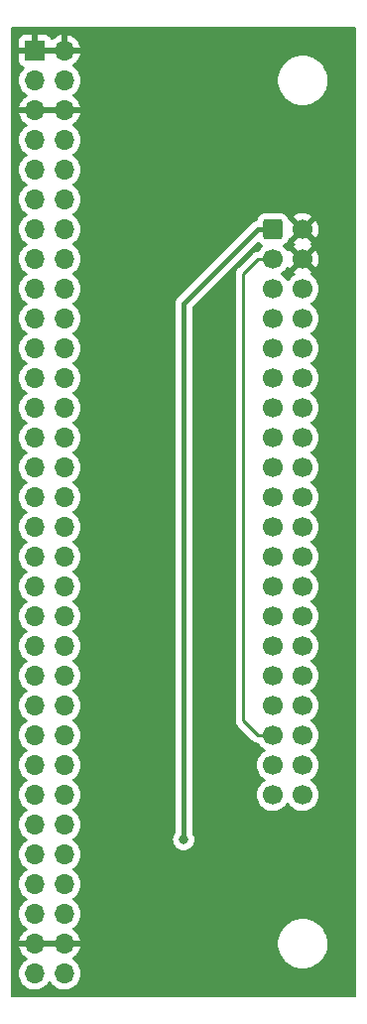
<source format=gbr>
%TF.GenerationSoftware,KiCad,Pcbnew,6.0.3*%
%TF.CreationDate,2022-03-22T19:26:19+01:00*%
%TF.ProjectId,lcdbrd,6c636462-7264-42e6-9b69-6361645f7063,rev?*%
%TF.SameCoordinates,Original*%
%TF.FileFunction,Copper,L2,Bot*%
%TF.FilePolarity,Positive*%
%FSLAX46Y46*%
G04 Gerber Fmt 4.6, Leading zero omitted, Abs format (unit mm)*
G04 Created by KiCad (PCBNEW 6.0.3) date 2022-03-22 19:26:19*
%MOMM*%
%LPD*%
G01*
G04 APERTURE LIST*
G04 Aperture macros list*
%AMRoundRect*
0 Rectangle with rounded corners*
0 $1 Rounding radius*
0 $2 $3 $4 $5 $6 $7 $8 $9 X,Y pos of 4 corners*
0 Add a 4 corners polygon primitive as box body*
4,1,4,$2,$3,$4,$5,$6,$7,$8,$9,$2,$3,0*
0 Add four circle primitives for the rounded corners*
1,1,$1+$1,$2,$3*
1,1,$1+$1,$4,$5*
1,1,$1+$1,$6,$7*
1,1,$1+$1,$8,$9*
0 Add four rect primitives between the rounded corners*
20,1,$1+$1,$2,$3,$4,$5,0*
20,1,$1+$1,$4,$5,$6,$7,0*
20,1,$1+$1,$6,$7,$8,$9,0*
20,1,$1+$1,$8,$9,$2,$3,0*%
G04 Aperture macros list end*
%TA.AperFunction,ComponentPad*%
%ADD10RoundRect,0.250000X-0.600000X-0.600000X0.600000X-0.600000X0.600000X0.600000X-0.600000X0.600000X0*%
%TD*%
%TA.AperFunction,ComponentPad*%
%ADD11C,1.700000*%
%TD*%
%TA.AperFunction,ComponentPad*%
%ADD12R,1.700000X1.700000*%
%TD*%
%TA.AperFunction,ComponentPad*%
%ADD13O,1.700000X1.700000*%
%TD*%
%TA.AperFunction,ViaPad*%
%ADD14C,0.800000*%
%TD*%
%TA.AperFunction,Conductor*%
%ADD15C,0.250000*%
%TD*%
%TA.AperFunction,Conductor*%
%ADD16C,0.400000*%
%TD*%
G04 APERTURE END LIST*
D10*
%TO.P,J2,1,Pin_1*%
%TO.N,5v0*%
X96520000Y-63500000D03*
D11*
%TO.P,J2,2,Pin_2*%
%TO.N,GND*%
X99060000Y-63500000D03*
%TO.P,J2,3,Pin_3*%
%TO.N,3v3*%
X96520000Y-66040000D03*
%TO.P,J2,4,Pin_4*%
%TO.N,GND*%
X99060000Y-66040000D03*
%TO.P,J2,5,Pin_5*%
%TO.N,/R0*%
X96520000Y-68580000D03*
%TO.P,J2,6,Pin_6*%
%TO.N,/R1*%
X99060000Y-68580000D03*
%TO.P,J2,7,Pin_7*%
%TO.N,/R2*%
X96520000Y-71120000D03*
%TO.P,J2,8,Pin_8*%
%TO.N,/R3*%
X99060000Y-71120000D03*
%TO.P,J2,9,Pin_9*%
%TO.N,/R4*%
X96520000Y-73660000D03*
%TO.P,J2,10,Pin_10*%
%TO.N,/R5*%
X99060000Y-73660000D03*
%TO.P,J2,11,Pin_11*%
%TO.N,/R6*%
X96520000Y-76200000D03*
%TO.P,J2,12,Pin_12*%
%TO.N,/R7*%
X99060000Y-76200000D03*
%TO.P,J2,13,Pin_13*%
%TO.N,/G0*%
X96520000Y-78740000D03*
%TO.P,J2,14,Pin_14*%
%TO.N,/G1*%
X99060000Y-78740000D03*
%TO.P,J2,15,Pin_15*%
%TO.N,/G2*%
X96520000Y-81280000D03*
%TO.P,J2,16,Pin_16*%
%TO.N,/G3*%
X99060000Y-81280000D03*
%TO.P,J2,17,Pin_17*%
%TO.N,/G4*%
X96520000Y-83820000D03*
%TO.P,J2,18,Pin_18*%
%TO.N,/G5*%
X99060000Y-83820000D03*
%TO.P,J2,19,Pin_19*%
%TO.N,/G6*%
X96520000Y-86360000D03*
%TO.P,J2,20,Pin_20*%
%TO.N,/G7*%
X99060000Y-86360000D03*
%TO.P,J2,21,Pin_21*%
%TO.N,/B0*%
X96520000Y-88900000D03*
%TO.P,J2,22,Pin_22*%
%TO.N,/B1*%
X99060000Y-88900000D03*
%TO.P,J2,23,Pin_23*%
%TO.N,/B2*%
X96520000Y-91440000D03*
%TO.P,J2,24,Pin_24*%
%TO.N,/B3*%
X99060000Y-91440000D03*
%TO.P,J2,25,Pin_25*%
%TO.N,/B4*%
X96520000Y-93980000D03*
%TO.P,J2,26,Pin_26*%
%TO.N,/B5*%
X99060000Y-93980000D03*
%TO.P,J2,27,Pin_27*%
%TO.N,/B6*%
X96520000Y-96520000D03*
%TO.P,J2,28,Pin_28*%
%TO.N,/B7*%
X99060000Y-96520000D03*
%TO.P,J2,29,Pin_29*%
%TO.N,unconnected-(J2-Pad29)*%
X96520000Y-99060000D03*
%TO.P,J2,30,Pin_30*%
%TO.N,unconnected-(J2-Pad30)*%
X99060000Y-99060000D03*
%TO.P,J2,31,Pin_31*%
%TO.N,/CLK*%
X96520000Y-101600000D03*
%TO.P,J2,32,Pin_32*%
%TO.N,/DE*%
X99060000Y-101600000D03*
%TO.P,J2,33,Pin_33*%
%TO.N,unconnected-(J2-Pad33)*%
X96520000Y-104140000D03*
%TO.P,J2,34,Pin_34*%
%TO.N,unconnected-(J2-Pad34)*%
X99060000Y-104140000D03*
%TO.P,J2,35,Pin_35*%
%TO.N,3v3*%
X96520000Y-106680000D03*
%TO.P,J2,36,Pin_36*%
%TO.N,/BKL*%
X99060000Y-106680000D03*
%TO.P,J2,37,Pin_37*%
%TO.N,unconnected-(J2-Pad37)*%
X96520000Y-109220000D03*
%TO.P,J2,38,Pin_38*%
%TO.N,unconnected-(J2-Pad38)*%
X99060000Y-109220000D03*
%TO.P,J2,39,Pin_39*%
%TO.N,unconnected-(J2-Pad39)*%
X96520000Y-111760000D03*
%TO.P,J2,40,Pin_40*%
%TO.N,unconnected-(J2-Pad40)*%
X99060000Y-111760000D03*
%TD*%
D12*
%TO.P,J1,1,Pin_1*%
%TO.N,GND*%
X76200000Y-48260000D03*
D13*
%TO.P,J1,2,Pin_2*%
X78740000Y-48260000D03*
%TO.P,J1,3,Pin_3*%
%TO.N,3v3*%
X76200000Y-50800000D03*
%TO.P,J1,4,Pin_4*%
X78740000Y-50800000D03*
%TO.P,J1,5,Pin_5*%
%TO.N,GND*%
X76200000Y-53340000D03*
%TO.P,J1,6,Pin_6*%
X78740000Y-53340000D03*
%TO.P,J1,7,Pin_7*%
%TO.N,/R0*%
X76200000Y-55880000D03*
%TO.P,J1,8,Pin_8*%
%TO.N,/R1*%
X78740000Y-55880000D03*
%TO.P,J1,9,Pin_9*%
%TO.N,/R2*%
X76200000Y-58420000D03*
%TO.P,J1,10,Pin_10*%
%TO.N,/R3*%
X78740000Y-58420000D03*
%TO.P,J1,11,Pin_11*%
%TO.N,/R4*%
X76200000Y-60960000D03*
%TO.P,J1,12,Pin_12*%
%TO.N,/R5*%
X78740000Y-60960000D03*
%TO.P,J1,13,Pin_13*%
%TO.N,/R6*%
X76200000Y-63500000D03*
%TO.P,J1,14,Pin_14*%
%TO.N,/R7*%
X78740000Y-63500000D03*
%TO.P,J1,15,Pin_15*%
%TO.N,unconnected-(J1-Pad15)*%
X76200000Y-66040000D03*
%TO.P,J1,16,Pin_16*%
%TO.N,unconnected-(J1-Pad16)*%
X78740000Y-66040000D03*
%TO.P,J1,17,Pin_17*%
%TO.N,/G0*%
X76200000Y-68580000D03*
%TO.P,J1,18,Pin_18*%
%TO.N,/G1*%
X78740000Y-68580000D03*
%TO.P,J1,19,Pin_19*%
%TO.N,/G2*%
X76200000Y-71120000D03*
%TO.P,J1,20,Pin_20*%
%TO.N,/G3*%
X78740000Y-71120000D03*
%TO.P,J1,21,Pin_21*%
%TO.N,/G4*%
X76200000Y-73660000D03*
%TO.P,J1,22,Pin_22*%
%TO.N,/G5*%
X78740000Y-73660000D03*
%TO.P,J1,23,Pin_23*%
%TO.N,/G6*%
X76200000Y-76200000D03*
%TO.P,J1,24,Pin_24*%
%TO.N,/G7*%
X78740000Y-76200000D03*
%TO.P,J1,25,Pin_25*%
%TO.N,unconnected-(J1-Pad25)*%
X76200000Y-78740000D03*
%TO.P,J1,26,Pin_26*%
%TO.N,unconnected-(J1-Pad26)*%
X78740000Y-78740000D03*
%TO.P,J1,27,Pin_27*%
%TO.N,/B0*%
X76200000Y-81280000D03*
%TO.P,J1,28,Pin_28*%
%TO.N,/B1*%
X78740000Y-81280000D03*
%TO.P,J1,29,Pin_29*%
%TO.N,/B2*%
X76200000Y-83820000D03*
%TO.P,J1,30,Pin_30*%
%TO.N,/B3*%
X78740000Y-83820000D03*
%TO.P,J1,31,Pin_31*%
%TO.N,/B4*%
X76200000Y-86360000D03*
%TO.P,J1,32,Pin_32*%
%TO.N,/B5*%
X78740000Y-86360000D03*
%TO.P,J1,33,Pin_33*%
%TO.N,/B6*%
X76200000Y-88900000D03*
%TO.P,J1,34,Pin_34*%
%TO.N,/B7*%
X78740000Y-88900000D03*
%TO.P,J1,35,Pin_35*%
%TO.N,unconnected-(J1-Pad35)*%
X76200000Y-91440000D03*
%TO.P,J1,36,Pin_36*%
%TO.N,unconnected-(J1-Pad36)*%
X78740000Y-91440000D03*
%TO.P,J1,37,Pin_37*%
%TO.N,unconnected-(J1-Pad37)*%
X76200000Y-93980000D03*
%TO.P,J1,38,Pin_38*%
%TO.N,/DE*%
X78740000Y-93980000D03*
%TO.P,J1,39,Pin_39*%
%TO.N,unconnected-(J1-Pad39)*%
X76200000Y-96520000D03*
%TO.P,J1,40,Pin_40*%
%TO.N,unconnected-(J1-Pad40)*%
X78740000Y-96520000D03*
%TO.P,J1,41,Pin_41*%
%TO.N,unconnected-(J1-Pad41)*%
X76200000Y-99060000D03*
%TO.P,J1,42,Pin_42*%
%TO.N,/CLK*%
X78740000Y-99060000D03*
%TO.P,J1,43,Pin_43*%
%TO.N,unconnected-(J1-Pad43)*%
X76200000Y-101600000D03*
%TO.P,J1,44,Pin_44*%
%TO.N,unconnected-(J1-Pad44)*%
X78740000Y-101600000D03*
%TO.P,J1,45,Pin_45*%
%TO.N,unconnected-(J1-Pad45)*%
X76200000Y-104140000D03*
%TO.P,J1,46,Pin_46*%
%TO.N,/BKL*%
X78740000Y-104140000D03*
%TO.P,J1,47,Pin_47*%
%TO.N,unconnected-(J1-Pad47)*%
X76200000Y-106680000D03*
%TO.P,J1,48,Pin_48*%
%TO.N,unconnected-(J1-Pad48)*%
X78740000Y-106680000D03*
%TO.P,J1,49,Pin_49*%
%TO.N,unconnected-(J1-Pad49)*%
X76200000Y-109220000D03*
%TO.P,J1,50,Pin_50*%
%TO.N,unconnected-(J1-Pad50)*%
X78740000Y-109220000D03*
%TO.P,J1,51,Pin_51*%
%TO.N,unconnected-(J1-Pad51)*%
X76200000Y-111760000D03*
%TO.P,J1,52,Pin_52*%
%TO.N,unconnected-(J1-Pad52)*%
X78740000Y-111760000D03*
%TO.P,J1,53,Pin_53*%
%TO.N,unconnected-(J1-Pad53)*%
X76200000Y-114300000D03*
%TO.P,J1,54,Pin_54*%
%TO.N,unconnected-(J1-Pad54)*%
X78740000Y-114300000D03*
%TO.P,J1,55,Pin_55*%
%TO.N,unconnected-(J1-Pad55)*%
X76200000Y-116840000D03*
%TO.P,J1,56,Pin_56*%
%TO.N,unconnected-(J1-Pad56)*%
X78740000Y-116840000D03*
%TO.P,J1,57,Pin_57*%
%TO.N,unconnected-(J1-Pad57)*%
X76200000Y-119380000D03*
%TO.P,J1,58,Pin_58*%
%TO.N,unconnected-(J1-Pad58)*%
X78740000Y-119380000D03*
%TO.P,J1,59,Pin_59*%
%TO.N,unconnected-(J1-Pad59)*%
X76200000Y-121920000D03*
%TO.P,J1,60,Pin_60*%
%TO.N,unconnected-(J1-Pad60)*%
X78740000Y-121920000D03*
%TO.P,J1,61,Pin_61*%
%TO.N,GND*%
X76200000Y-124460000D03*
%TO.P,J1,62,Pin_62*%
X78740000Y-124460000D03*
%TO.P,J1,63,Pin_63*%
%TO.N,5v0*%
X76200000Y-127000000D03*
%TO.P,J1,64,Pin_64*%
X78740000Y-127000000D03*
%TD*%
D14*
%TO.N,5v0*%
X88900000Y-115570000D03*
%TD*%
D15*
%TO.N,3v3*%
X93980000Y-67310000D02*
X95250000Y-66040000D01*
X96520000Y-106680000D02*
X95250000Y-106680000D01*
X93980000Y-105410000D02*
X93980000Y-67310000D01*
X95250000Y-106680000D02*
X93980000Y-105410000D01*
X95250000Y-66040000D02*
X96520000Y-66040000D01*
D16*
%TO.N,5v0*%
X88900000Y-115570000D02*
X88900000Y-69850000D01*
X88900000Y-69850000D02*
X95250000Y-63500000D01*
X95250000Y-63500000D02*
X96520000Y-63500000D01*
%TD*%
%TA.AperFunction,Conductor*%
%TO.N,GND*%
G36*
X103573621Y-46248502D02*
G01*
X103620114Y-46302158D01*
X103631500Y-46354500D01*
X103631500Y-128905500D01*
X103611498Y-128973621D01*
X103557842Y-129020114D01*
X103505500Y-129031500D01*
X74294500Y-129031500D01*
X74226379Y-129011498D01*
X74179886Y-128957842D01*
X74168500Y-128905500D01*
X74168500Y-126966695D01*
X74837251Y-126966695D01*
X74837548Y-126971848D01*
X74837548Y-126971851D01*
X74843011Y-127066590D01*
X74850110Y-127189715D01*
X74851247Y-127194761D01*
X74851248Y-127194767D01*
X74871119Y-127282939D01*
X74899222Y-127407639D01*
X74983266Y-127614616D01*
X75034019Y-127697438D01*
X75097291Y-127800688D01*
X75099987Y-127805088D01*
X75246250Y-127973938D01*
X75418126Y-128116632D01*
X75611000Y-128229338D01*
X75819692Y-128309030D01*
X75824760Y-128310061D01*
X75824763Y-128310062D01*
X75932017Y-128331883D01*
X76038597Y-128353567D01*
X76043772Y-128353757D01*
X76043774Y-128353757D01*
X76256673Y-128361564D01*
X76256677Y-128361564D01*
X76261837Y-128361753D01*
X76266957Y-128361097D01*
X76266959Y-128361097D01*
X76478288Y-128334025D01*
X76478289Y-128334025D01*
X76483416Y-128333368D01*
X76488366Y-128331883D01*
X76692429Y-128270661D01*
X76692434Y-128270659D01*
X76697384Y-128269174D01*
X76897994Y-128170896D01*
X77079860Y-128041173D01*
X77238096Y-127883489D01*
X77297594Y-127800689D01*
X77368453Y-127702077D01*
X77369776Y-127703028D01*
X77416645Y-127659857D01*
X77486580Y-127647625D01*
X77552026Y-127675144D01*
X77579875Y-127706994D01*
X77639987Y-127805088D01*
X77786250Y-127973938D01*
X77958126Y-128116632D01*
X78151000Y-128229338D01*
X78359692Y-128309030D01*
X78364760Y-128310061D01*
X78364763Y-128310062D01*
X78472017Y-128331883D01*
X78578597Y-128353567D01*
X78583772Y-128353757D01*
X78583774Y-128353757D01*
X78796673Y-128361564D01*
X78796677Y-128361564D01*
X78801837Y-128361753D01*
X78806957Y-128361097D01*
X78806959Y-128361097D01*
X79018288Y-128334025D01*
X79018289Y-128334025D01*
X79023416Y-128333368D01*
X79028366Y-128331883D01*
X79232429Y-128270661D01*
X79232434Y-128270659D01*
X79237384Y-128269174D01*
X79437994Y-128170896D01*
X79619860Y-128041173D01*
X79778096Y-127883489D01*
X79837594Y-127800689D01*
X79905435Y-127706277D01*
X79908453Y-127702077D01*
X79929320Y-127659857D01*
X80005136Y-127506453D01*
X80005137Y-127506451D01*
X80007430Y-127501811D01*
X80072370Y-127288069D01*
X80101529Y-127066590D01*
X80103156Y-127000000D01*
X80084852Y-126777361D01*
X80030431Y-126560702D01*
X79941354Y-126355840D01*
X79820014Y-126168277D01*
X79669670Y-126003051D01*
X79665619Y-125999852D01*
X79665615Y-125999848D01*
X79498414Y-125867800D01*
X79498410Y-125867798D01*
X79494359Y-125864598D01*
X79452569Y-125841529D01*
X79402598Y-125791097D01*
X79387826Y-125721654D01*
X79412942Y-125655248D01*
X79440294Y-125628641D01*
X79615328Y-125503792D01*
X79623200Y-125497139D01*
X79774052Y-125346812D01*
X79780730Y-125338965D01*
X79905003Y-125166020D01*
X79910313Y-125157183D01*
X80004670Y-124966267D01*
X80008469Y-124956672D01*
X80070377Y-124752910D01*
X80072555Y-124742837D01*
X80073986Y-124731962D01*
X80071775Y-124717778D01*
X80058617Y-124714000D01*
X74883225Y-124714000D01*
X74869694Y-124717973D01*
X74868257Y-124727966D01*
X74898565Y-124862446D01*
X74901645Y-124872275D01*
X74981770Y-125069603D01*
X74986413Y-125078794D01*
X75097694Y-125260388D01*
X75103777Y-125268699D01*
X75243213Y-125429667D01*
X75250580Y-125436883D01*
X75414434Y-125572916D01*
X75422881Y-125578831D01*
X75491969Y-125619203D01*
X75540693Y-125670842D01*
X75553764Y-125740625D01*
X75527033Y-125806396D01*
X75486584Y-125839752D01*
X75473607Y-125846507D01*
X75469474Y-125849610D01*
X75469471Y-125849612D01*
X75299100Y-125977530D01*
X75294965Y-125980635D01*
X75140629Y-126142138D01*
X75014743Y-126326680D01*
X74984336Y-126392187D01*
X74939160Y-126489511D01*
X74920688Y-126529305D01*
X74860989Y-126744570D01*
X74837251Y-126966695D01*
X74168500Y-126966695D01*
X74168500Y-124592703D01*
X96950743Y-124592703D01*
X96988268Y-124877734D01*
X97064129Y-125155036D01*
X97176923Y-125419476D01*
X97227385Y-125503792D01*
X97318030Y-125655248D01*
X97324561Y-125666161D01*
X97504313Y-125890528D01*
X97712851Y-126088423D01*
X97946317Y-126256186D01*
X97950112Y-126258195D01*
X97950113Y-126258196D01*
X97971869Y-126269715D01*
X98200392Y-126390712D01*
X98470373Y-126489511D01*
X98751264Y-126550755D01*
X98779841Y-126553004D01*
X98974282Y-126568307D01*
X98974291Y-126568307D01*
X98976739Y-126568500D01*
X99132271Y-126568500D01*
X99134407Y-126568354D01*
X99134418Y-126568354D01*
X99342548Y-126554165D01*
X99342554Y-126554164D01*
X99346825Y-126553873D01*
X99351020Y-126553004D01*
X99351022Y-126553004D01*
X99488132Y-126524610D01*
X99628342Y-126495574D01*
X99899343Y-126399607D01*
X100154812Y-126267750D01*
X100158313Y-126265289D01*
X100158317Y-126265287D01*
X100338857Y-126138401D01*
X100390023Y-126102441D01*
X100468403Y-126029606D01*
X100597479Y-125909661D01*
X100597481Y-125909658D01*
X100600622Y-125906740D01*
X100782713Y-125684268D01*
X100932927Y-125439142D01*
X101011395Y-125260388D01*
X101046757Y-125179830D01*
X101048483Y-125175898D01*
X101127244Y-124899406D01*
X101167751Y-124614784D01*
X101167845Y-124596951D01*
X101169235Y-124331583D01*
X101169235Y-124331576D01*
X101169257Y-124327297D01*
X101131732Y-124042266D01*
X101116007Y-123984783D01*
X101057003Y-123769103D01*
X101055871Y-123764964D01*
X100943077Y-123500524D01*
X100795439Y-123253839D01*
X100615687Y-123029472D01*
X100407149Y-122831577D01*
X100173683Y-122663814D01*
X100151843Y-122652250D01*
X100096652Y-122623028D01*
X99919608Y-122529288D01*
X99649627Y-122430489D01*
X99368736Y-122369245D01*
X99337685Y-122366801D01*
X99145718Y-122351693D01*
X99145709Y-122351693D01*
X99143261Y-122351500D01*
X98987729Y-122351500D01*
X98985593Y-122351646D01*
X98985582Y-122351646D01*
X98777452Y-122365835D01*
X98777446Y-122365836D01*
X98773175Y-122366127D01*
X98768980Y-122366996D01*
X98768978Y-122366996D01*
X98632417Y-122395276D01*
X98491658Y-122424426D01*
X98220657Y-122520393D01*
X97965188Y-122652250D01*
X97961687Y-122654711D01*
X97961683Y-122654713D01*
X97867809Y-122720689D01*
X97729977Y-122817559D01*
X97714892Y-122831577D01*
X97579352Y-122957529D01*
X97519378Y-123013260D01*
X97337287Y-123235732D01*
X97187073Y-123480858D01*
X97185347Y-123484791D01*
X97185346Y-123484792D01*
X97131820Y-123606727D01*
X97071517Y-123744102D01*
X97070342Y-123748229D01*
X97070341Y-123748230D01*
X97057980Y-123791623D01*
X96992756Y-124020594D01*
X96952249Y-124305216D01*
X96952227Y-124309505D01*
X96952226Y-124309512D01*
X96950765Y-124588417D01*
X96950743Y-124592703D01*
X74168500Y-124592703D01*
X74168500Y-121886695D01*
X74837251Y-121886695D01*
X74837548Y-121891848D01*
X74837548Y-121891851D01*
X74843011Y-121986590D01*
X74850110Y-122109715D01*
X74851247Y-122114761D01*
X74851248Y-122114767D01*
X74871119Y-122202939D01*
X74899222Y-122327639D01*
X74939346Y-122426453D01*
X74981103Y-122529288D01*
X74983266Y-122534616D01*
X75034019Y-122617438D01*
X75097291Y-122720688D01*
X75099987Y-122725088D01*
X75246250Y-122893938D01*
X75418126Y-123036632D01*
X75491955Y-123079774D01*
X75540679Y-123131412D01*
X75553750Y-123201195D01*
X75527019Y-123266967D01*
X75486562Y-123300327D01*
X75478457Y-123304546D01*
X75469738Y-123310036D01*
X75299433Y-123437905D01*
X75291726Y-123444748D01*
X75144590Y-123598717D01*
X75138104Y-123606727D01*
X75018098Y-123782649D01*
X75013000Y-123791623D01*
X74923338Y-123984783D01*
X74919775Y-123994470D01*
X74864389Y-124194183D01*
X74865912Y-124202607D01*
X74878292Y-124206000D01*
X80058344Y-124206000D01*
X80071875Y-124202027D01*
X80073180Y-124192947D01*
X80031214Y-124025875D01*
X80027894Y-124016124D01*
X79942972Y-123820814D01*
X79938105Y-123811739D01*
X79822426Y-123632926D01*
X79816136Y-123624757D01*
X79672806Y-123467240D01*
X79665273Y-123460215D01*
X79498139Y-123328222D01*
X79489556Y-123322520D01*
X79452602Y-123302120D01*
X79402631Y-123251687D01*
X79387859Y-123182245D01*
X79412975Y-123115839D01*
X79440327Y-123089232D01*
X79463797Y-123072491D01*
X79619860Y-122961173D01*
X79778096Y-122803489D01*
X79837594Y-122720689D01*
X79905435Y-122626277D01*
X79908453Y-122622077D01*
X79929320Y-122579857D01*
X80005136Y-122426453D01*
X80005137Y-122426451D01*
X80007430Y-122421811D01*
X80072370Y-122208069D01*
X80101529Y-121986590D01*
X80103156Y-121920000D01*
X80084852Y-121697361D01*
X80030431Y-121480702D01*
X79941354Y-121275840D01*
X79820014Y-121088277D01*
X79669670Y-120923051D01*
X79665619Y-120919852D01*
X79665615Y-120919848D01*
X79498414Y-120787800D01*
X79498410Y-120787798D01*
X79494359Y-120784598D01*
X79453053Y-120761796D01*
X79403084Y-120711364D01*
X79388312Y-120641921D01*
X79413428Y-120575516D01*
X79440780Y-120548909D01*
X79484603Y-120517650D01*
X79619860Y-120421173D01*
X79778096Y-120263489D01*
X79837594Y-120180689D01*
X79905435Y-120086277D01*
X79908453Y-120082077D01*
X79929320Y-120039857D01*
X80005136Y-119886453D01*
X80005137Y-119886451D01*
X80007430Y-119881811D01*
X80072370Y-119668069D01*
X80101529Y-119446590D01*
X80103156Y-119380000D01*
X80084852Y-119157361D01*
X80030431Y-118940702D01*
X79941354Y-118735840D01*
X79820014Y-118548277D01*
X79669670Y-118383051D01*
X79665619Y-118379852D01*
X79665615Y-118379848D01*
X79498414Y-118247800D01*
X79498410Y-118247798D01*
X79494359Y-118244598D01*
X79453053Y-118221796D01*
X79403084Y-118171364D01*
X79388312Y-118101921D01*
X79413428Y-118035516D01*
X79440780Y-118008909D01*
X79484603Y-117977650D01*
X79619860Y-117881173D01*
X79778096Y-117723489D01*
X79837594Y-117640689D01*
X79905435Y-117546277D01*
X79908453Y-117542077D01*
X79929320Y-117499857D01*
X80005136Y-117346453D01*
X80005137Y-117346451D01*
X80007430Y-117341811D01*
X80072370Y-117128069D01*
X80101529Y-116906590D01*
X80103156Y-116840000D01*
X80084852Y-116617361D01*
X80030431Y-116400702D01*
X79941354Y-116195840D01*
X79883845Y-116106944D01*
X79822822Y-116012617D01*
X79822820Y-116012614D01*
X79820014Y-116008277D01*
X79669670Y-115843051D01*
X79665619Y-115839852D01*
X79665615Y-115839848D01*
X79498414Y-115707800D01*
X79498410Y-115707798D01*
X79494359Y-115704598D01*
X79453053Y-115681796D01*
X79403084Y-115631364D01*
X79390031Y-115570000D01*
X87986496Y-115570000D01*
X87987186Y-115576565D01*
X88000381Y-115702104D01*
X88006458Y-115759928D01*
X88065473Y-115941556D01*
X88068776Y-115947278D01*
X88068777Y-115947279D01*
X88088903Y-115982138D01*
X88160960Y-116106944D01*
X88165378Y-116111851D01*
X88165379Y-116111852D01*
X88237087Y-116191492D01*
X88288747Y-116248866D01*
X88387843Y-116320864D01*
X88429881Y-116351406D01*
X88443248Y-116361118D01*
X88449276Y-116363802D01*
X88449278Y-116363803D01*
X88543426Y-116405720D01*
X88617712Y-116438794D01*
X88711113Y-116458647D01*
X88798056Y-116477128D01*
X88798061Y-116477128D01*
X88804513Y-116478500D01*
X88995487Y-116478500D01*
X89001939Y-116477128D01*
X89001944Y-116477128D01*
X89088887Y-116458647D01*
X89182288Y-116438794D01*
X89256574Y-116405720D01*
X89350722Y-116363803D01*
X89350724Y-116363802D01*
X89356752Y-116361118D01*
X89370120Y-116351406D01*
X89412157Y-116320864D01*
X89511253Y-116248866D01*
X89562913Y-116191492D01*
X89634621Y-116111852D01*
X89634622Y-116111851D01*
X89639040Y-116106944D01*
X89711097Y-115982138D01*
X89731223Y-115947279D01*
X89731224Y-115947278D01*
X89734527Y-115941556D01*
X89793542Y-115759928D01*
X89799620Y-115702104D01*
X89812814Y-115576565D01*
X89813504Y-115570000D01*
X89793542Y-115380072D01*
X89734527Y-115198444D01*
X89678088Y-115100688D01*
X89642342Y-115038775D01*
X89642341Y-115038774D01*
X89639040Y-115033056D01*
X89634621Y-115028148D01*
X89632564Y-115025317D01*
X89608705Y-114958449D01*
X89608500Y-114951256D01*
X89608500Y-70195660D01*
X89628502Y-70127539D01*
X89645405Y-70106565D01*
X95160492Y-64591479D01*
X95222804Y-64557453D01*
X95293619Y-64562518D01*
X95338604Y-64591401D01*
X95446697Y-64699305D01*
X95452927Y-64703145D01*
X95452928Y-64703146D01*
X95579104Y-64780922D01*
X95597262Y-64792115D01*
X95604209Y-64794419D01*
X95606276Y-64795383D01*
X95659561Y-64842299D01*
X95679023Y-64910576D01*
X95658482Y-64978536D01*
X95628681Y-65010337D01*
X95614965Y-65020635D01*
X95460629Y-65182138D01*
X95457720Y-65186403D01*
X95457714Y-65186411D01*
X95345160Y-65351409D01*
X95290249Y-65396412D01*
X95245038Y-65406343D01*
X95242008Y-65406438D01*
X95238055Y-65406500D01*
X95210144Y-65406500D01*
X95206210Y-65406997D01*
X95206209Y-65406997D01*
X95206144Y-65407005D01*
X95194307Y-65407938D01*
X95162490Y-65408938D01*
X95158029Y-65409078D01*
X95150110Y-65409327D01*
X95132454Y-65414456D01*
X95130658Y-65414978D01*
X95111306Y-65418986D01*
X95104235Y-65419880D01*
X95091203Y-65421526D01*
X95083834Y-65424443D01*
X95083832Y-65424444D01*
X95050097Y-65437800D01*
X95038869Y-65441645D01*
X94996407Y-65453982D01*
X94989585Y-65458016D01*
X94989579Y-65458019D01*
X94978968Y-65464294D01*
X94961218Y-65472990D01*
X94949756Y-65477528D01*
X94949751Y-65477531D01*
X94942383Y-65480448D01*
X94935968Y-65485109D01*
X94906625Y-65506427D01*
X94896707Y-65512943D01*
X94878019Y-65523995D01*
X94858637Y-65535458D01*
X94844313Y-65549782D01*
X94829281Y-65562621D01*
X94812893Y-65574528D01*
X94784712Y-65608593D01*
X94776722Y-65617373D01*
X93587747Y-66806348D01*
X93579461Y-66813888D01*
X93572982Y-66818000D01*
X93567557Y-66823777D01*
X93526357Y-66867651D01*
X93523602Y-66870493D01*
X93503865Y-66890230D01*
X93501385Y-66893427D01*
X93493682Y-66902447D01*
X93463414Y-66934679D01*
X93459595Y-66941625D01*
X93459593Y-66941628D01*
X93453652Y-66952434D01*
X93442801Y-66968953D01*
X93430386Y-66984959D01*
X93427241Y-66992228D01*
X93427238Y-66992232D01*
X93412826Y-67025537D01*
X93407609Y-67036187D01*
X93386305Y-67074940D01*
X93384334Y-67082615D01*
X93384334Y-67082616D01*
X93381267Y-67094562D01*
X93374863Y-67113266D01*
X93366819Y-67131855D01*
X93365580Y-67139678D01*
X93365577Y-67139688D01*
X93359901Y-67175524D01*
X93357495Y-67187144D01*
X93346500Y-67229970D01*
X93346500Y-67250224D01*
X93344949Y-67269934D01*
X93341780Y-67289943D01*
X93342526Y-67297835D01*
X93345941Y-67333961D01*
X93346500Y-67345819D01*
X93346500Y-105331233D01*
X93345973Y-105342416D01*
X93344298Y-105349909D01*
X93344547Y-105357835D01*
X93344547Y-105357836D01*
X93346438Y-105417986D01*
X93346500Y-105421945D01*
X93346500Y-105449856D01*
X93346997Y-105453790D01*
X93346997Y-105453791D01*
X93347005Y-105453856D01*
X93347938Y-105465693D01*
X93349327Y-105509889D01*
X93352787Y-105521797D01*
X93354978Y-105529339D01*
X93358987Y-105548700D01*
X93361526Y-105568797D01*
X93364445Y-105576168D01*
X93364445Y-105576170D01*
X93377804Y-105609912D01*
X93381649Y-105621142D01*
X93393982Y-105663593D01*
X93398015Y-105670412D01*
X93398017Y-105670417D01*
X93404293Y-105681028D01*
X93412988Y-105698776D01*
X93420448Y-105717617D01*
X93425110Y-105724033D01*
X93425110Y-105724034D01*
X93446436Y-105753387D01*
X93452952Y-105763307D01*
X93475458Y-105801362D01*
X93489779Y-105815683D01*
X93502619Y-105830716D01*
X93514528Y-105847107D01*
X93548605Y-105875298D01*
X93557384Y-105883288D01*
X94746343Y-107072247D01*
X94753887Y-107080537D01*
X94758000Y-107087018D01*
X94763777Y-107092443D01*
X94807667Y-107133658D01*
X94810509Y-107136413D01*
X94830230Y-107156134D01*
X94833425Y-107158612D01*
X94842447Y-107166318D01*
X94874679Y-107196586D01*
X94881628Y-107200406D01*
X94892432Y-107206346D01*
X94908956Y-107217199D01*
X94924959Y-107229613D01*
X94965543Y-107247176D01*
X94976173Y-107252383D01*
X95014940Y-107273695D01*
X95022617Y-107275666D01*
X95022622Y-107275668D01*
X95034558Y-107278732D01*
X95053266Y-107285137D01*
X95071855Y-107293181D01*
X95079683Y-107294421D01*
X95079690Y-107294423D01*
X95115524Y-107300099D01*
X95127144Y-107302505D01*
X95162289Y-107311528D01*
X95169970Y-107313500D01*
X95190224Y-107313500D01*
X95209934Y-107315051D01*
X95229943Y-107318220D01*
X95237835Y-107317474D01*
X95245758Y-107317723D01*
X95245690Y-107319903D01*
X95304388Y-107331272D01*
X95353982Y-107377377D01*
X95417291Y-107480688D01*
X95419987Y-107485088D01*
X95566250Y-107653938D01*
X95738126Y-107796632D01*
X95808595Y-107837811D01*
X95811445Y-107839476D01*
X95860169Y-107891114D01*
X95873240Y-107960897D01*
X95846509Y-108026669D01*
X95806055Y-108060027D01*
X95793607Y-108066507D01*
X95789474Y-108069610D01*
X95789471Y-108069612D01*
X95765247Y-108087800D01*
X95614965Y-108200635D01*
X95460629Y-108362138D01*
X95334743Y-108546680D01*
X95240688Y-108749305D01*
X95180989Y-108964570D01*
X95157251Y-109186695D01*
X95157548Y-109191848D01*
X95157548Y-109191851D01*
X95163011Y-109286590D01*
X95170110Y-109409715D01*
X95171247Y-109414761D01*
X95171248Y-109414767D01*
X95191119Y-109502939D01*
X95219222Y-109627639D01*
X95303266Y-109834616D01*
X95354019Y-109917438D01*
X95417291Y-110020688D01*
X95419987Y-110025088D01*
X95566250Y-110193938D01*
X95738126Y-110336632D01*
X95808595Y-110377811D01*
X95811445Y-110379476D01*
X95860169Y-110431114D01*
X95873240Y-110500897D01*
X95846509Y-110566669D01*
X95806055Y-110600027D01*
X95793607Y-110606507D01*
X95789474Y-110609610D01*
X95789471Y-110609612D01*
X95765247Y-110627800D01*
X95614965Y-110740635D01*
X95460629Y-110902138D01*
X95334743Y-111086680D01*
X95240688Y-111289305D01*
X95180989Y-111504570D01*
X95157251Y-111726695D01*
X95157548Y-111731848D01*
X95157548Y-111731851D01*
X95163011Y-111826590D01*
X95170110Y-111949715D01*
X95171247Y-111954761D01*
X95171248Y-111954767D01*
X95191119Y-112042939D01*
X95219222Y-112167639D01*
X95303266Y-112374616D01*
X95354019Y-112457438D01*
X95417291Y-112560688D01*
X95419987Y-112565088D01*
X95566250Y-112733938D01*
X95738126Y-112876632D01*
X95931000Y-112989338D01*
X96139692Y-113069030D01*
X96144760Y-113070061D01*
X96144763Y-113070062D01*
X96249466Y-113091364D01*
X96358597Y-113113567D01*
X96363772Y-113113757D01*
X96363774Y-113113757D01*
X96576673Y-113121564D01*
X96576677Y-113121564D01*
X96581837Y-113121753D01*
X96586957Y-113121097D01*
X96586959Y-113121097D01*
X96798288Y-113094025D01*
X96798289Y-113094025D01*
X96803416Y-113093368D01*
X96810096Y-113091364D01*
X97012429Y-113030661D01*
X97012434Y-113030659D01*
X97017384Y-113029174D01*
X97217994Y-112930896D01*
X97399860Y-112801173D01*
X97558096Y-112643489D01*
X97617594Y-112560689D01*
X97688453Y-112462077D01*
X97689776Y-112463028D01*
X97736645Y-112419857D01*
X97806580Y-112407625D01*
X97872026Y-112435144D01*
X97899875Y-112466994D01*
X97959987Y-112565088D01*
X98106250Y-112733938D01*
X98278126Y-112876632D01*
X98471000Y-112989338D01*
X98679692Y-113069030D01*
X98684760Y-113070061D01*
X98684763Y-113070062D01*
X98789466Y-113091364D01*
X98898597Y-113113567D01*
X98903772Y-113113757D01*
X98903774Y-113113757D01*
X99116673Y-113121564D01*
X99116677Y-113121564D01*
X99121837Y-113121753D01*
X99126957Y-113121097D01*
X99126959Y-113121097D01*
X99338288Y-113094025D01*
X99338289Y-113094025D01*
X99343416Y-113093368D01*
X99350096Y-113091364D01*
X99552429Y-113030661D01*
X99552434Y-113030659D01*
X99557384Y-113029174D01*
X99757994Y-112930896D01*
X99939860Y-112801173D01*
X100098096Y-112643489D01*
X100157594Y-112560689D01*
X100225435Y-112466277D01*
X100228453Y-112462077D01*
X100249320Y-112419857D01*
X100325136Y-112266453D01*
X100325137Y-112266451D01*
X100327430Y-112261811D01*
X100392370Y-112048069D01*
X100421529Y-111826590D01*
X100423156Y-111760000D01*
X100404852Y-111537361D01*
X100350431Y-111320702D01*
X100261354Y-111115840D01*
X100140014Y-110928277D01*
X99989670Y-110763051D01*
X99985619Y-110759852D01*
X99985615Y-110759848D01*
X99818414Y-110627800D01*
X99818410Y-110627798D01*
X99814359Y-110624598D01*
X99773053Y-110601796D01*
X99723084Y-110551364D01*
X99708312Y-110481921D01*
X99733428Y-110415516D01*
X99760780Y-110388909D01*
X99804603Y-110357650D01*
X99939860Y-110261173D01*
X100098096Y-110103489D01*
X100157594Y-110020689D01*
X100225435Y-109926277D01*
X100228453Y-109922077D01*
X100249320Y-109879857D01*
X100325136Y-109726453D01*
X100325137Y-109726451D01*
X100327430Y-109721811D01*
X100392370Y-109508069D01*
X100421529Y-109286590D01*
X100423156Y-109220000D01*
X100404852Y-108997361D01*
X100350431Y-108780702D01*
X100261354Y-108575840D01*
X100140014Y-108388277D01*
X99989670Y-108223051D01*
X99985619Y-108219852D01*
X99985615Y-108219848D01*
X99818414Y-108087800D01*
X99818410Y-108087798D01*
X99814359Y-108084598D01*
X99773053Y-108061796D01*
X99723084Y-108011364D01*
X99708312Y-107941921D01*
X99733428Y-107875516D01*
X99760780Y-107848909D01*
X99804603Y-107817650D01*
X99939860Y-107721173D01*
X100098096Y-107563489D01*
X100157594Y-107480689D01*
X100225435Y-107386277D01*
X100228453Y-107382077D01*
X100249320Y-107339857D01*
X100325136Y-107186453D01*
X100325137Y-107186451D01*
X100327430Y-107181811D01*
X100392370Y-106968069D01*
X100421529Y-106746590D01*
X100423156Y-106680000D01*
X100404852Y-106457361D01*
X100350431Y-106240702D01*
X100261354Y-106035840D01*
X100162664Y-105883288D01*
X100142822Y-105852617D01*
X100142820Y-105852614D01*
X100140014Y-105848277D01*
X99989670Y-105683051D01*
X99985619Y-105679852D01*
X99985615Y-105679848D01*
X99818414Y-105547800D01*
X99818410Y-105547798D01*
X99814359Y-105544598D01*
X99773053Y-105521796D01*
X99723084Y-105471364D01*
X99708312Y-105401921D01*
X99733428Y-105335516D01*
X99760780Y-105308909D01*
X99804603Y-105277650D01*
X99939860Y-105181173D01*
X99999052Y-105122188D01*
X100094435Y-105027137D01*
X100098096Y-105023489D01*
X100157594Y-104940689D01*
X100225435Y-104846277D01*
X100228453Y-104842077D01*
X100249320Y-104799857D01*
X100325136Y-104646453D01*
X100325137Y-104646451D01*
X100327430Y-104641811D01*
X100392370Y-104428069D01*
X100421529Y-104206590D01*
X100423156Y-104140000D01*
X100404852Y-103917361D01*
X100350431Y-103700702D01*
X100261354Y-103495840D01*
X100140014Y-103308277D01*
X99989670Y-103143051D01*
X99985619Y-103139852D01*
X99985615Y-103139848D01*
X99818414Y-103007800D01*
X99818410Y-103007798D01*
X99814359Y-103004598D01*
X99773053Y-102981796D01*
X99723084Y-102931364D01*
X99708312Y-102861921D01*
X99733428Y-102795516D01*
X99760780Y-102768909D01*
X99804603Y-102737650D01*
X99939860Y-102641173D01*
X100098096Y-102483489D01*
X100157594Y-102400689D01*
X100225435Y-102306277D01*
X100228453Y-102302077D01*
X100249320Y-102259857D01*
X100325136Y-102106453D01*
X100325137Y-102106451D01*
X100327430Y-102101811D01*
X100392370Y-101888069D01*
X100421529Y-101666590D01*
X100423156Y-101600000D01*
X100404852Y-101377361D01*
X100350431Y-101160702D01*
X100261354Y-100955840D01*
X100140014Y-100768277D01*
X99989670Y-100603051D01*
X99985619Y-100599852D01*
X99985615Y-100599848D01*
X99818414Y-100467800D01*
X99818410Y-100467798D01*
X99814359Y-100464598D01*
X99773053Y-100441796D01*
X99723084Y-100391364D01*
X99708312Y-100321921D01*
X99733428Y-100255516D01*
X99760780Y-100228909D01*
X99804603Y-100197650D01*
X99939860Y-100101173D01*
X100098096Y-99943489D01*
X100157594Y-99860689D01*
X100225435Y-99766277D01*
X100228453Y-99762077D01*
X100249320Y-99719857D01*
X100325136Y-99566453D01*
X100325137Y-99566451D01*
X100327430Y-99561811D01*
X100392370Y-99348069D01*
X100421529Y-99126590D01*
X100423156Y-99060000D01*
X100404852Y-98837361D01*
X100350431Y-98620702D01*
X100261354Y-98415840D01*
X100140014Y-98228277D01*
X99989670Y-98063051D01*
X99985619Y-98059852D01*
X99985615Y-98059848D01*
X99818414Y-97927800D01*
X99818410Y-97927798D01*
X99814359Y-97924598D01*
X99773053Y-97901796D01*
X99723084Y-97851364D01*
X99708312Y-97781921D01*
X99733428Y-97715516D01*
X99760780Y-97688909D01*
X99804603Y-97657650D01*
X99939860Y-97561173D01*
X100098096Y-97403489D01*
X100157594Y-97320689D01*
X100225435Y-97226277D01*
X100228453Y-97222077D01*
X100249320Y-97179857D01*
X100325136Y-97026453D01*
X100325137Y-97026451D01*
X100327430Y-97021811D01*
X100392370Y-96808069D01*
X100421529Y-96586590D01*
X100423156Y-96520000D01*
X100404852Y-96297361D01*
X100350431Y-96080702D01*
X100261354Y-95875840D01*
X100140014Y-95688277D01*
X99989670Y-95523051D01*
X99985619Y-95519852D01*
X99985615Y-95519848D01*
X99818414Y-95387800D01*
X99818410Y-95387798D01*
X99814359Y-95384598D01*
X99773053Y-95361796D01*
X99723084Y-95311364D01*
X99708312Y-95241921D01*
X99733428Y-95175516D01*
X99760780Y-95148909D01*
X99804603Y-95117650D01*
X99939860Y-95021173D01*
X100098096Y-94863489D01*
X100157594Y-94780689D01*
X100225435Y-94686277D01*
X100228453Y-94682077D01*
X100249320Y-94639857D01*
X100325136Y-94486453D01*
X100325137Y-94486451D01*
X100327430Y-94481811D01*
X100392370Y-94268069D01*
X100421529Y-94046590D01*
X100423156Y-93980000D01*
X100404852Y-93757361D01*
X100350431Y-93540702D01*
X100261354Y-93335840D01*
X100140014Y-93148277D01*
X99989670Y-92983051D01*
X99985619Y-92979852D01*
X99985615Y-92979848D01*
X99818414Y-92847800D01*
X99818410Y-92847798D01*
X99814359Y-92844598D01*
X99773053Y-92821796D01*
X99723084Y-92771364D01*
X99708312Y-92701921D01*
X99733428Y-92635516D01*
X99760780Y-92608909D01*
X99804603Y-92577650D01*
X99939860Y-92481173D01*
X100098096Y-92323489D01*
X100157594Y-92240689D01*
X100225435Y-92146277D01*
X100228453Y-92142077D01*
X100249320Y-92099857D01*
X100325136Y-91946453D01*
X100325137Y-91946451D01*
X100327430Y-91941811D01*
X100392370Y-91728069D01*
X100421529Y-91506590D01*
X100423156Y-91440000D01*
X100404852Y-91217361D01*
X100350431Y-91000702D01*
X100261354Y-90795840D01*
X100140014Y-90608277D01*
X99989670Y-90443051D01*
X99985619Y-90439852D01*
X99985615Y-90439848D01*
X99818414Y-90307800D01*
X99818410Y-90307798D01*
X99814359Y-90304598D01*
X99773053Y-90281796D01*
X99723084Y-90231364D01*
X99708312Y-90161921D01*
X99733428Y-90095516D01*
X99760780Y-90068909D01*
X99804603Y-90037650D01*
X99939860Y-89941173D01*
X100098096Y-89783489D01*
X100157594Y-89700689D01*
X100225435Y-89606277D01*
X100228453Y-89602077D01*
X100249320Y-89559857D01*
X100325136Y-89406453D01*
X100325137Y-89406451D01*
X100327430Y-89401811D01*
X100392370Y-89188069D01*
X100421529Y-88966590D01*
X100423156Y-88900000D01*
X100404852Y-88677361D01*
X100350431Y-88460702D01*
X100261354Y-88255840D01*
X100140014Y-88068277D01*
X99989670Y-87903051D01*
X99985619Y-87899852D01*
X99985615Y-87899848D01*
X99818414Y-87767800D01*
X99818410Y-87767798D01*
X99814359Y-87764598D01*
X99773053Y-87741796D01*
X99723084Y-87691364D01*
X99708312Y-87621921D01*
X99733428Y-87555516D01*
X99760780Y-87528909D01*
X99804603Y-87497650D01*
X99939860Y-87401173D01*
X100098096Y-87243489D01*
X100157594Y-87160689D01*
X100225435Y-87066277D01*
X100228453Y-87062077D01*
X100249320Y-87019857D01*
X100325136Y-86866453D01*
X100325137Y-86866451D01*
X100327430Y-86861811D01*
X100392370Y-86648069D01*
X100421529Y-86426590D01*
X100423156Y-86360000D01*
X100404852Y-86137361D01*
X100350431Y-85920702D01*
X100261354Y-85715840D01*
X100140014Y-85528277D01*
X99989670Y-85363051D01*
X99985619Y-85359852D01*
X99985615Y-85359848D01*
X99818414Y-85227800D01*
X99818410Y-85227798D01*
X99814359Y-85224598D01*
X99773053Y-85201796D01*
X99723084Y-85151364D01*
X99708312Y-85081921D01*
X99733428Y-85015516D01*
X99760780Y-84988909D01*
X99804603Y-84957650D01*
X99939860Y-84861173D01*
X100098096Y-84703489D01*
X100157594Y-84620689D01*
X100225435Y-84526277D01*
X100228453Y-84522077D01*
X100249320Y-84479857D01*
X100325136Y-84326453D01*
X100325137Y-84326451D01*
X100327430Y-84321811D01*
X100392370Y-84108069D01*
X100421529Y-83886590D01*
X100423156Y-83820000D01*
X100404852Y-83597361D01*
X100350431Y-83380702D01*
X100261354Y-83175840D01*
X100140014Y-82988277D01*
X99989670Y-82823051D01*
X99985619Y-82819852D01*
X99985615Y-82819848D01*
X99818414Y-82687800D01*
X99818410Y-82687798D01*
X99814359Y-82684598D01*
X99773053Y-82661796D01*
X99723084Y-82611364D01*
X99708312Y-82541921D01*
X99733428Y-82475516D01*
X99760780Y-82448909D01*
X99804603Y-82417650D01*
X99939860Y-82321173D01*
X100098096Y-82163489D01*
X100157594Y-82080689D01*
X100225435Y-81986277D01*
X100228453Y-81982077D01*
X100249320Y-81939857D01*
X100325136Y-81786453D01*
X100325137Y-81786451D01*
X100327430Y-81781811D01*
X100392370Y-81568069D01*
X100421529Y-81346590D01*
X100423156Y-81280000D01*
X100404852Y-81057361D01*
X100350431Y-80840702D01*
X100261354Y-80635840D01*
X100140014Y-80448277D01*
X99989670Y-80283051D01*
X99985619Y-80279852D01*
X99985615Y-80279848D01*
X99818414Y-80147800D01*
X99818410Y-80147798D01*
X99814359Y-80144598D01*
X99773053Y-80121796D01*
X99723084Y-80071364D01*
X99708312Y-80001921D01*
X99733428Y-79935516D01*
X99760780Y-79908909D01*
X99804603Y-79877650D01*
X99939860Y-79781173D01*
X100098096Y-79623489D01*
X100157594Y-79540689D01*
X100225435Y-79446277D01*
X100228453Y-79442077D01*
X100249320Y-79399857D01*
X100325136Y-79246453D01*
X100325137Y-79246451D01*
X100327430Y-79241811D01*
X100392370Y-79028069D01*
X100421529Y-78806590D01*
X100423156Y-78740000D01*
X100404852Y-78517361D01*
X100350431Y-78300702D01*
X100261354Y-78095840D01*
X100140014Y-77908277D01*
X99989670Y-77743051D01*
X99985619Y-77739852D01*
X99985615Y-77739848D01*
X99818414Y-77607800D01*
X99818410Y-77607798D01*
X99814359Y-77604598D01*
X99773053Y-77581796D01*
X99723084Y-77531364D01*
X99708312Y-77461921D01*
X99733428Y-77395516D01*
X99760780Y-77368909D01*
X99804603Y-77337650D01*
X99939860Y-77241173D01*
X100098096Y-77083489D01*
X100157594Y-77000689D01*
X100225435Y-76906277D01*
X100228453Y-76902077D01*
X100249320Y-76859857D01*
X100325136Y-76706453D01*
X100325137Y-76706451D01*
X100327430Y-76701811D01*
X100392370Y-76488069D01*
X100421529Y-76266590D01*
X100423156Y-76200000D01*
X100404852Y-75977361D01*
X100350431Y-75760702D01*
X100261354Y-75555840D01*
X100140014Y-75368277D01*
X99989670Y-75203051D01*
X99985619Y-75199852D01*
X99985615Y-75199848D01*
X99818414Y-75067800D01*
X99818410Y-75067798D01*
X99814359Y-75064598D01*
X99773053Y-75041796D01*
X99723084Y-74991364D01*
X99708312Y-74921921D01*
X99733428Y-74855516D01*
X99760780Y-74828909D01*
X99804603Y-74797650D01*
X99939860Y-74701173D01*
X100098096Y-74543489D01*
X100157594Y-74460689D01*
X100225435Y-74366277D01*
X100228453Y-74362077D01*
X100249320Y-74319857D01*
X100325136Y-74166453D01*
X100325137Y-74166451D01*
X100327430Y-74161811D01*
X100392370Y-73948069D01*
X100421529Y-73726590D01*
X100423156Y-73660000D01*
X100404852Y-73437361D01*
X100350431Y-73220702D01*
X100261354Y-73015840D01*
X100140014Y-72828277D01*
X99989670Y-72663051D01*
X99985619Y-72659852D01*
X99985615Y-72659848D01*
X99818414Y-72527800D01*
X99818410Y-72527798D01*
X99814359Y-72524598D01*
X99773053Y-72501796D01*
X99723084Y-72451364D01*
X99708312Y-72381921D01*
X99733428Y-72315516D01*
X99760780Y-72288909D01*
X99804603Y-72257650D01*
X99939860Y-72161173D01*
X100098096Y-72003489D01*
X100157594Y-71920689D01*
X100225435Y-71826277D01*
X100228453Y-71822077D01*
X100249320Y-71779857D01*
X100325136Y-71626453D01*
X100325137Y-71626451D01*
X100327430Y-71621811D01*
X100392370Y-71408069D01*
X100421529Y-71186590D01*
X100423156Y-71120000D01*
X100404852Y-70897361D01*
X100350431Y-70680702D01*
X100261354Y-70475840D01*
X100140014Y-70288277D01*
X99989670Y-70123051D01*
X99985619Y-70119852D01*
X99985615Y-70119848D01*
X99818414Y-69987800D01*
X99818410Y-69987798D01*
X99814359Y-69984598D01*
X99773053Y-69961796D01*
X99723084Y-69911364D01*
X99708312Y-69841921D01*
X99733428Y-69775516D01*
X99760780Y-69748909D01*
X99804603Y-69717650D01*
X99939860Y-69621173D01*
X99985849Y-69575345D01*
X100048674Y-69512739D01*
X100098096Y-69463489D01*
X100157594Y-69380689D01*
X100225435Y-69286277D01*
X100228453Y-69282077D01*
X100249320Y-69239857D01*
X100325136Y-69086453D01*
X100325137Y-69086451D01*
X100327430Y-69081811D01*
X100392370Y-68868069D01*
X100421529Y-68646590D01*
X100423156Y-68580000D01*
X100404852Y-68357361D01*
X100350431Y-68140702D01*
X100261354Y-67935840D01*
X100140014Y-67748277D01*
X99989670Y-67583051D01*
X99985619Y-67579852D01*
X99985615Y-67579848D01*
X99818414Y-67447800D01*
X99818410Y-67447798D01*
X99814359Y-67444598D01*
X99772569Y-67421529D01*
X99722598Y-67371097D01*
X99707826Y-67301654D01*
X99732942Y-67235248D01*
X99760293Y-67208642D01*
X99809247Y-67173723D01*
X99817648Y-67163023D01*
X99810660Y-67149870D01*
X99072812Y-66412022D01*
X99058868Y-66404408D01*
X99057035Y-66404539D01*
X99050420Y-66408790D01*
X98306737Y-67152473D01*
X98299977Y-67164853D01*
X98305258Y-67171907D01*
X98351969Y-67199203D01*
X98400693Y-67250841D01*
X98413764Y-67320624D01*
X98387033Y-67386396D01*
X98346584Y-67419752D01*
X98333607Y-67426507D01*
X98329474Y-67429610D01*
X98329471Y-67429612D01*
X98305247Y-67447800D01*
X98154965Y-67560635D01*
X98000629Y-67722138D01*
X97893201Y-67879621D01*
X97838293Y-67924621D01*
X97767768Y-67932792D01*
X97704021Y-67901538D01*
X97683324Y-67877054D01*
X97602822Y-67752617D01*
X97602820Y-67752614D01*
X97600014Y-67748277D01*
X97449670Y-67583051D01*
X97445619Y-67579852D01*
X97445615Y-67579848D01*
X97278414Y-67447800D01*
X97278410Y-67447798D01*
X97274359Y-67444598D01*
X97233053Y-67421796D01*
X97183084Y-67371364D01*
X97168312Y-67301921D01*
X97193428Y-67235516D01*
X97220780Y-67208909D01*
X97285110Y-67163023D01*
X97399860Y-67081173D01*
X97444993Y-67036198D01*
X97529050Y-66952434D01*
X97558096Y-66923489D01*
X97576326Y-66898120D01*
X97688453Y-66742077D01*
X97689640Y-66742930D01*
X97736960Y-66699362D01*
X97806897Y-66687145D01*
X97872338Y-66714678D01*
X97900166Y-66746512D01*
X97926459Y-66789419D01*
X97936916Y-66798880D01*
X97945694Y-66795096D01*
X98687978Y-66052812D01*
X98694356Y-66041132D01*
X99424408Y-66041132D01*
X99424539Y-66042965D01*
X99428790Y-66049580D01*
X100170474Y-66791264D01*
X100182484Y-66797823D01*
X100194223Y-66788855D01*
X100225004Y-66746019D01*
X100230315Y-66737180D01*
X100324670Y-66546267D01*
X100328469Y-66536672D01*
X100390376Y-66332915D01*
X100392555Y-66322834D01*
X100420590Y-66109887D01*
X100421109Y-66103212D01*
X100422572Y-66043364D01*
X100422378Y-66036646D01*
X100404781Y-65822604D01*
X100403096Y-65812424D01*
X100351214Y-65605875D01*
X100347894Y-65596124D01*
X100262972Y-65400814D01*
X100258105Y-65391739D01*
X100193063Y-65291197D01*
X100182377Y-65281995D01*
X100172812Y-65286398D01*
X99432022Y-66027188D01*
X99424408Y-66041132D01*
X98694356Y-66041132D01*
X98695592Y-66038868D01*
X98695461Y-66037035D01*
X98691210Y-66030420D01*
X97949849Y-65289059D01*
X97938313Y-65282759D01*
X97926031Y-65292382D01*
X97893499Y-65340072D01*
X97838587Y-65385075D01*
X97768063Y-65393246D01*
X97704316Y-65361992D01*
X97683618Y-65337508D01*
X97602822Y-65212617D01*
X97602820Y-65212614D01*
X97600014Y-65208277D01*
X97449670Y-65043051D01*
X97407006Y-65009357D01*
X97365944Y-64951441D01*
X97362712Y-64880518D01*
X97398337Y-64819107D01*
X97431647Y-64796376D01*
X97437007Y-64793865D01*
X97443946Y-64791550D01*
X97594348Y-64698478D01*
X97667845Y-64624853D01*
X98299977Y-64624853D01*
X98305258Y-64631907D01*
X98352479Y-64659501D01*
X98401203Y-64711139D01*
X98414274Y-64780922D01*
X98387543Y-64846694D01*
X98347087Y-64880053D01*
X98338466Y-64884541D01*
X98329734Y-64890039D01*
X98309677Y-64905099D01*
X98301223Y-64916427D01*
X98307968Y-64928758D01*
X99047188Y-65667978D01*
X99061132Y-65675592D01*
X99062965Y-65675461D01*
X99069580Y-65671210D01*
X99813389Y-64927401D01*
X99820410Y-64914544D01*
X99813611Y-64905213D01*
X99809559Y-64902521D01*
X99772116Y-64881852D01*
X99722145Y-64831420D01*
X99707373Y-64761977D01*
X99732489Y-64695572D01*
X99759840Y-64668965D01*
X99809247Y-64633723D01*
X99817648Y-64623023D01*
X99810660Y-64609870D01*
X99072812Y-63872022D01*
X99058868Y-63864408D01*
X99057035Y-63864539D01*
X99050420Y-63868790D01*
X98306737Y-64612473D01*
X98299977Y-64624853D01*
X97667845Y-64624853D01*
X97719305Y-64573303D01*
X97773454Y-64485457D01*
X97808275Y-64428968D01*
X97808276Y-64428966D01*
X97812115Y-64422738D01*
X97836913Y-64347975D01*
X97877342Y-64289616D01*
X97906630Y-64271934D01*
X97945694Y-64255096D01*
X98687978Y-63512812D01*
X98694356Y-63501132D01*
X99424408Y-63501132D01*
X99424539Y-63502965D01*
X99428790Y-63509580D01*
X100170474Y-64251264D01*
X100182484Y-64257823D01*
X100194223Y-64248855D01*
X100225004Y-64206019D01*
X100230315Y-64197180D01*
X100324670Y-64006267D01*
X100328469Y-63996672D01*
X100390376Y-63792915D01*
X100392555Y-63782834D01*
X100420590Y-63569887D01*
X100421109Y-63563212D01*
X100422572Y-63503364D01*
X100422378Y-63496646D01*
X100404781Y-63282604D01*
X100403096Y-63272424D01*
X100351214Y-63065875D01*
X100347894Y-63056124D01*
X100262972Y-62860814D01*
X100258105Y-62851739D01*
X100193063Y-62751197D01*
X100182377Y-62741995D01*
X100172812Y-62746398D01*
X99432022Y-63487188D01*
X99424408Y-63501132D01*
X98694356Y-63501132D01*
X98695592Y-63498868D01*
X98695461Y-63497035D01*
X98691210Y-63490420D01*
X97949849Y-62749059D01*
X97909510Y-62727031D01*
X97896523Y-62724206D01*
X97846322Y-62674003D01*
X97837388Y-62653497D01*
X97813870Y-62583007D01*
X97813869Y-62583005D01*
X97811550Y-62576054D01*
X97718478Y-62425652D01*
X97669167Y-62376427D01*
X98301223Y-62376427D01*
X98307968Y-62388758D01*
X99047188Y-63127978D01*
X99061132Y-63135592D01*
X99062965Y-63135461D01*
X99069580Y-63131210D01*
X99813389Y-62387401D01*
X99820410Y-62374544D01*
X99813611Y-62365213D01*
X99809554Y-62362518D01*
X99623117Y-62259599D01*
X99613705Y-62255369D01*
X99412959Y-62184280D01*
X99402989Y-62181646D01*
X99193327Y-62144301D01*
X99183073Y-62143331D01*
X98970116Y-62140728D01*
X98959832Y-62141448D01*
X98749321Y-62173661D01*
X98739293Y-62176050D01*
X98536868Y-62242212D01*
X98527359Y-62246209D01*
X98338466Y-62344540D01*
X98329734Y-62350039D01*
X98309677Y-62365099D01*
X98301223Y-62376427D01*
X97669167Y-62376427D01*
X97593303Y-62300695D01*
X97587072Y-62296854D01*
X97448968Y-62211725D01*
X97448966Y-62211724D01*
X97442738Y-62207885D01*
X97331876Y-62171114D01*
X97281389Y-62154368D01*
X97281387Y-62154368D01*
X97274861Y-62152203D01*
X97268025Y-62151503D01*
X97268022Y-62151502D01*
X97224969Y-62147091D01*
X97170400Y-62141500D01*
X95869600Y-62141500D01*
X95866354Y-62141837D01*
X95866350Y-62141837D01*
X95770692Y-62151762D01*
X95770688Y-62151763D01*
X95763834Y-62152474D01*
X95757298Y-62154655D01*
X95757296Y-62154655D01*
X95707963Y-62171114D01*
X95596054Y-62208450D01*
X95445652Y-62301522D01*
X95320695Y-62426697D01*
X95316855Y-62432927D01*
X95316854Y-62432928D01*
X95273630Y-62503051D01*
X95227885Y-62577262D01*
X95196258Y-62672617D01*
X95179682Y-62722591D01*
X95139252Y-62780951D01*
X95090142Y-62805287D01*
X95087297Y-62805986D01*
X95079758Y-62806898D01*
X95072657Y-62809581D01*
X95070048Y-62810222D01*
X95053738Y-62814685D01*
X95051202Y-62815450D01*
X95043716Y-62816757D01*
X95036759Y-62819811D01*
X94985205Y-62842442D01*
X94979101Y-62844933D01*
X94951437Y-62855386D01*
X94937073Y-62860814D01*
X94919344Y-62867513D01*
X94913081Y-62871817D01*
X94910715Y-62873054D01*
X94895903Y-62881299D01*
X94893649Y-62882632D01*
X94886695Y-62885685D01*
X94835998Y-62924587D01*
X94830668Y-62928459D01*
X94784280Y-62960339D01*
X94784275Y-62960344D01*
X94778019Y-62964643D01*
X94772968Y-62970313D01*
X94772966Y-62970314D01*
X94736565Y-63011170D01*
X94731584Y-63016446D01*
X88419480Y-69328550D01*
X88413215Y-69334404D01*
X88369615Y-69372439D01*
X88365248Y-69378653D01*
X88332872Y-69424719D01*
X88328939Y-69430014D01*
X88289524Y-69480282D01*
X88286401Y-69487198D01*
X88285017Y-69489484D01*
X88276643Y-69504165D01*
X88275378Y-69506525D01*
X88271010Y-69512739D01*
X88268250Y-69519818D01*
X88268249Y-69519820D01*
X88247798Y-69572275D01*
X88245247Y-69578344D01*
X88218955Y-69636573D01*
X88217571Y-69644040D01*
X88216770Y-69646595D01*
X88212141Y-69662848D01*
X88211478Y-69665428D01*
X88208718Y-69672509D01*
X88207727Y-69680040D01*
X88207726Y-69680042D01*
X88200379Y-69735852D01*
X88199348Y-69742359D01*
X88187704Y-69805186D01*
X88188141Y-69812766D01*
X88188141Y-69812767D01*
X88191291Y-69867392D01*
X88191500Y-69874646D01*
X88191500Y-114951256D01*
X88171498Y-115019377D01*
X88167436Y-115025317D01*
X88165379Y-115028148D01*
X88160960Y-115033056D01*
X88157659Y-115038774D01*
X88157658Y-115038775D01*
X88121913Y-115100688D01*
X88065473Y-115198444D01*
X88006458Y-115380072D01*
X87986496Y-115570000D01*
X79390031Y-115570000D01*
X79388312Y-115561921D01*
X79413428Y-115495516D01*
X79440780Y-115468909D01*
X79484603Y-115437650D01*
X79619860Y-115341173D01*
X79778096Y-115183489D01*
X79837594Y-115100689D01*
X79905435Y-115006277D01*
X79908453Y-115002077D01*
X79929320Y-114959857D01*
X80005136Y-114806453D01*
X80005137Y-114806451D01*
X80007430Y-114801811D01*
X80072370Y-114588069D01*
X80101529Y-114366590D01*
X80103156Y-114300000D01*
X80084852Y-114077361D01*
X80030431Y-113860702D01*
X79941354Y-113655840D01*
X79820014Y-113468277D01*
X79669670Y-113303051D01*
X79665619Y-113299852D01*
X79665615Y-113299848D01*
X79498414Y-113167800D01*
X79498410Y-113167798D01*
X79494359Y-113164598D01*
X79453053Y-113141796D01*
X79403084Y-113091364D01*
X79388312Y-113021921D01*
X79413428Y-112955516D01*
X79440780Y-112928909D01*
X79484603Y-112897650D01*
X79619860Y-112801173D01*
X79778096Y-112643489D01*
X79837594Y-112560689D01*
X79905435Y-112466277D01*
X79908453Y-112462077D01*
X79929320Y-112419857D01*
X80005136Y-112266453D01*
X80005137Y-112266451D01*
X80007430Y-112261811D01*
X80072370Y-112048069D01*
X80101529Y-111826590D01*
X80103156Y-111760000D01*
X80084852Y-111537361D01*
X80030431Y-111320702D01*
X79941354Y-111115840D01*
X79820014Y-110928277D01*
X79669670Y-110763051D01*
X79665619Y-110759852D01*
X79665615Y-110759848D01*
X79498414Y-110627800D01*
X79498410Y-110627798D01*
X79494359Y-110624598D01*
X79453053Y-110601796D01*
X79403084Y-110551364D01*
X79388312Y-110481921D01*
X79413428Y-110415516D01*
X79440780Y-110388909D01*
X79484603Y-110357650D01*
X79619860Y-110261173D01*
X79778096Y-110103489D01*
X79837594Y-110020689D01*
X79905435Y-109926277D01*
X79908453Y-109922077D01*
X79929320Y-109879857D01*
X80005136Y-109726453D01*
X80005137Y-109726451D01*
X80007430Y-109721811D01*
X80072370Y-109508069D01*
X80101529Y-109286590D01*
X80103156Y-109220000D01*
X80084852Y-108997361D01*
X80030431Y-108780702D01*
X79941354Y-108575840D01*
X79820014Y-108388277D01*
X79669670Y-108223051D01*
X79665619Y-108219852D01*
X79665615Y-108219848D01*
X79498414Y-108087800D01*
X79498410Y-108087798D01*
X79494359Y-108084598D01*
X79453053Y-108061796D01*
X79403084Y-108011364D01*
X79388312Y-107941921D01*
X79413428Y-107875516D01*
X79440780Y-107848909D01*
X79484603Y-107817650D01*
X79619860Y-107721173D01*
X79778096Y-107563489D01*
X79837594Y-107480689D01*
X79905435Y-107386277D01*
X79908453Y-107382077D01*
X79929320Y-107339857D01*
X80005136Y-107186453D01*
X80005137Y-107186451D01*
X80007430Y-107181811D01*
X80072370Y-106968069D01*
X80101529Y-106746590D01*
X80103156Y-106680000D01*
X80084852Y-106457361D01*
X80030431Y-106240702D01*
X79941354Y-106035840D01*
X79842664Y-105883288D01*
X79822822Y-105852617D01*
X79822820Y-105852614D01*
X79820014Y-105848277D01*
X79669670Y-105683051D01*
X79665619Y-105679852D01*
X79665615Y-105679848D01*
X79498414Y-105547800D01*
X79498410Y-105547798D01*
X79494359Y-105544598D01*
X79453053Y-105521796D01*
X79403084Y-105471364D01*
X79388312Y-105401921D01*
X79413428Y-105335516D01*
X79440780Y-105308909D01*
X79484603Y-105277650D01*
X79619860Y-105181173D01*
X79679052Y-105122188D01*
X79774435Y-105027137D01*
X79778096Y-105023489D01*
X79837594Y-104940689D01*
X79905435Y-104846277D01*
X79908453Y-104842077D01*
X79929320Y-104799857D01*
X80005136Y-104646453D01*
X80005137Y-104646451D01*
X80007430Y-104641811D01*
X80072370Y-104428069D01*
X80101529Y-104206590D01*
X80103156Y-104140000D01*
X80084852Y-103917361D01*
X80030431Y-103700702D01*
X79941354Y-103495840D01*
X79820014Y-103308277D01*
X79669670Y-103143051D01*
X79665619Y-103139852D01*
X79665615Y-103139848D01*
X79498414Y-103007800D01*
X79498410Y-103007798D01*
X79494359Y-103004598D01*
X79453053Y-102981796D01*
X79403084Y-102931364D01*
X79388312Y-102861921D01*
X79413428Y-102795516D01*
X79440780Y-102768909D01*
X79484603Y-102737650D01*
X79619860Y-102641173D01*
X79778096Y-102483489D01*
X79837594Y-102400689D01*
X79905435Y-102306277D01*
X79908453Y-102302077D01*
X79929320Y-102259857D01*
X80005136Y-102106453D01*
X80005137Y-102106451D01*
X80007430Y-102101811D01*
X80072370Y-101888069D01*
X80101529Y-101666590D01*
X80103156Y-101600000D01*
X80084852Y-101377361D01*
X80030431Y-101160702D01*
X79941354Y-100955840D01*
X79820014Y-100768277D01*
X79669670Y-100603051D01*
X79665619Y-100599852D01*
X79665615Y-100599848D01*
X79498414Y-100467800D01*
X79498410Y-100467798D01*
X79494359Y-100464598D01*
X79453053Y-100441796D01*
X79403084Y-100391364D01*
X79388312Y-100321921D01*
X79413428Y-100255516D01*
X79440780Y-100228909D01*
X79484603Y-100197650D01*
X79619860Y-100101173D01*
X79778096Y-99943489D01*
X79837594Y-99860689D01*
X79905435Y-99766277D01*
X79908453Y-99762077D01*
X79929320Y-99719857D01*
X80005136Y-99566453D01*
X80005137Y-99566451D01*
X80007430Y-99561811D01*
X80072370Y-99348069D01*
X80101529Y-99126590D01*
X80103156Y-99060000D01*
X80084852Y-98837361D01*
X80030431Y-98620702D01*
X79941354Y-98415840D01*
X79820014Y-98228277D01*
X79669670Y-98063051D01*
X79665619Y-98059852D01*
X79665615Y-98059848D01*
X79498414Y-97927800D01*
X79498410Y-97927798D01*
X79494359Y-97924598D01*
X79453053Y-97901796D01*
X79403084Y-97851364D01*
X79388312Y-97781921D01*
X79413428Y-97715516D01*
X79440780Y-97688909D01*
X79484603Y-97657650D01*
X79619860Y-97561173D01*
X79778096Y-97403489D01*
X79837594Y-97320689D01*
X79905435Y-97226277D01*
X79908453Y-97222077D01*
X79929320Y-97179857D01*
X80005136Y-97026453D01*
X80005137Y-97026451D01*
X80007430Y-97021811D01*
X80072370Y-96808069D01*
X80101529Y-96586590D01*
X80103156Y-96520000D01*
X80084852Y-96297361D01*
X80030431Y-96080702D01*
X79941354Y-95875840D01*
X79820014Y-95688277D01*
X79669670Y-95523051D01*
X79665619Y-95519852D01*
X79665615Y-95519848D01*
X79498414Y-95387800D01*
X79498410Y-95387798D01*
X79494359Y-95384598D01*
X79453053Y-95361796D01*
X79403084Y-95311364D01*
X79388312Y-95241921D01*
X79413428Y-95175516D01*
X79440780Y-95148909D01*
X79484603Y-95117650D01*
X79619860Y-95021173D01*
X79778096Y-94863489D01*
X79837594Y-94780689D01*
X79905435Y-94686277D01*
X79908453Y-94682077D01*
X79929320Y-94639857D01*
X80005136Y-94486453D01*
X80005137Y-94486451D01*
X80007430Y-94481811D01*
X80072370Y-94268069D01*
X80101529Y-94046590D01*
X80103156Y-93980000D01*
X80084852Y-93757361D01*
X80030431Y-93540702D01*
X79941354Y-93335840D01*
X79820014Y-93148277D01*
X79669670Y-92983051D01*
X79665619Y-92979852D01*
X79665615Y-92979848D01*
X79498414Y-92847800D01*
X79498410Y-92847798D01*
X79494359Y-92844598D01*
X79453053Y-92821796D01*
X79403084Y-92771364D01*
X79388312Y-92701921D01*
X79413428Y-92635516D01*
X79440780Y-92608909D01*
X79484603Y-92577650D01*
X79619860Y-92481173D01*
X79778096Y-92323489D01*
X79837594Y-92240689D01*
X79905435Y-92146277D01*
X79908453Y-92142077D01*
X79929320Y-92099857D01*
X80005136Y-91946453D01*
X80005137Y-91946451D01*
X80007430Y-91941811D01*
X80072370Y-91728069D01*
X80101529Y-91506590D01*
X80103156Y-91440000D01*
X80084852Y-91217361D01*
X80030431Y-91000702D01*
X79941354Y-90795840D01*
X79820014Y-90608277D01*
X79669670Y-90443051D01*
X79665619Y-90439852D01*
X79665615Y-90439848D01*
X79498414Y-90307800D01*
X79498410Y-90307798D01*
X79494359Y-90304598D01*
X79453053Y-90281796D01*
X79403084Y-90231364D01*
X79388312Y-90161921D01*
X79413428Y-90095516D01*
X79440780Y-90068909D01*
X79484603Y-90037650D01*
X79619860Y-89941173D01*
X79778096Y-89783489D01*
X79837594Y-89700689D01*
X79905435Y-89606277D01*
X79908453Y-89602077D01*
X79929320Y-89559857D01*
X80005136Y-89406453D01*
X80005137Y-89406451D01*
X80007430Y-89401811D01*
X80072370Y-89188069D01*
X80101529Y-88966590D01*
X80103156Y-88900000D01*
X80084852Y-88677361D01*
X80030431Y-88460702D01*
X79941354Y-88255840D01*
X79820014Y-88068277D01*
X79669670Y-87903051D01*
X79665619Y-87899852D01*
X79665615Y-87899848D01*
X79498414Y-87767800D01*
X79498410Y-87767798D01*
X79494359Y-87764598D01*
X79453053Y-87741796D01*
X79403084Y-87691364D01*
X79388312Y-87621921D01*
X79413428Y-87555516D01*
X79440780Y-87528909D01*
X79484603Y-87497650D01*
X79619860Y-87401173D01*
X79778096Y-87243489D01*
X79837594Y-87160689D01*
X79905435Y-87066277D01*
X79908453Y-87062077D01*
X79929320Y-87019857D01*
X80005136Y-86866453D01*
X80005137Y-86866451D01*
X80007430Y-86861811D01*
X80072370Y-86648069D01*
X80101529Y-86426590D01*
X80103156Y-86360000D01*
X80084852Y-86137361D01*
X80030431Y-85920702D01*
X79941354Y-85715840D01*
X79820014Y-85528277D01*
X79669670Y-85363051D01*
X79665619Y-85359852D01*
X79665615Y-85359848D01*
X79498414Y-85227800D01*
X79498410Y-85227798D01*
X79494359Y-85224598D01*
X79453053Y-85201796D01*
X79403084Y-85151364D01*
X79388312Y-85081921D01*
X79413428Y-85015516D01*
X79440780Y-84988909D01*
X79484603Y-84957650D01*
X79619860Y-84861173D01*
X79778096Y-84703489D01*
X79837594Y-84620689D01*
X79905435Y-84526277D01*
X79908453Y-84522077D01*
X79929320Y-84479857D01*
X80005136Y-84326453D01*
X80005137Y-84326451D01*
X80007430Y-84321811D01*
X80072370Y-84108069D01*
X80101529Y-83886590D01*
X80103156Y-83820000D01*
X80084852Y-83597361D01*
X80030431Y-83380702D01*
X79941354Y-83175840D01*
X79820014Y-82988277D01*
X79669670Y-82823051D01*
X79665619Y-82819852D01*
X79665615Y-82819848D01*
X79498414Y-82687800D01*
X79498410Y-82687798D01*
X79494359Y-82684598D01*
X79453053Y-82661796D01*
X79403084Y-82611364D01*
X79388312Y-82541921D01*
X79413428Y-82475516D01*
X79440780Y-82448909D01*
X79484603Y-82417650D01*
X79619860Y-82321173D01*
X79778096Y-82163489D01*
X79837594Y-82080689D01*
X79905435Y-81986277D01*
X79908453Y-81982077D01*
X79929320Y-81939857D01*
X80005136Y-81786453D01*
X80005137Y-81786451D01*
X80007430Y-81781811D01*
X80072370Y-81568069D01*
X80101529Y-81346590D01*
X80103156Y-81280000D01*
X80084852Y-81057361D01*
X80030431Y-80840702D01*
X79941354Y-80635840D01*
X79820014Y-80448277D01*
X79669670Y-80283051D01*
X79665619Y-80279852D01*
X79665615Y-80279848D01*
X79498414Y-80147800D01*
X79498410Y-80147798D01*
X79494359Y-80144598D01*
X79453053Y-80121796D01*
X79403084Y-80071364D01*
X79388312Y-80001921D01*
X79413428Y-79935516D01*
X79440780Y-79908909D01*
X79484603Y-79877650D01*
X79619860Y-79781173D01*
X79778096Y-79623489D01*
X79837594Y-79540689D01*
X79905435Y-79446277D01*
X79908453Y-79442077D01*
X79929320Y-79399857D01*
X80005136Y-79246453D01*
X80005137Y-79246451D01*
X80007430Y-79241811D01*
X80072370Y-79028069D01*
X80101529Y-78806590D01*
X80103156Y-78740000D01*
X80084852Y-78517361D01*
X80030431Y-78300702D01*
X79941354Y-78095840D01*
X79820014Y-77908277D01*
X79669670Y-77743051D01*
X79665619Y-77739852D01*
X79665615Y-77739848D01*
X79498414Y-77607800D01*
X79498410Y-77607798D01*
X79494359Y-77604598D01*
X79453053Y-77581796D01*
X79403084Y-77531364D01*
X79388312Y-77461921D01*
X79413428Y-77395516D01*
X79440780Y-77368909D01*
X79484603Y-77337650D01*
X79619860Y-77241173D01*
X79778096Y-77083489D01*
X79837594Y-77000689D01*
X79905435Y-76906277D01*
X79908453Y-76902077D01*
X79929320Y-76859857D01*
X80005136Y-76706453D01*
X80005137Y-76706451D01*
X80007430Y-76701811D01*
X80072370Y-76488069D01*
X80101529Y-76266590D01*
X80103156Y-76200000D01*
X80084852Y-75977361D01*
X80030431Y-75760702D01*
X79941354Y-75555840D01*
X79820014Y-75368277D01*
X79669670Y-75203051D01*
X79665619Y-75199852D01*
X79665615Y-75199848D01*
X79498414Y-75067800D01*
X79498410Y-75067798D01*
X79494359Y-75064598D01*
X79453053Y-75041796D01*
X79403084Y-74991364D01*
X79388312Y-74921921D01*
X79413428Y-74855516D01*
X79440780Y-74828909D01*
X79484603Y-74797650D01*
X79619860Y-74701173D01*
X79778096Y-74543489D01*
X79837594Y-74460689D01*
X79905435Y-74366277D01*
X79908453Y-74362077D01*
X79929320Y-74319857D01*
X80005136Y-74166453D01*
X80005137Y-74166451D01*
X80007430Y-74161811D01*
X80072370Y-73948069D01*
X80101529Y-73726590D01*
X80103156Y-73660000D01*
X80084852Y-73437361D01*
X80030431Y-73220702D01*
X79941354Y-73015840D01*
X79820014Y-72828277D01*
X79669670Y-72663051D01*
X79665619Y-72659852D01*
X79665615Y-72659848D01*
X79498414Y-72527800D01*
X79498410Y-72527798D01*
X79494359Y-72524598D01*
X79453053Y-72501796D01*
X79403084Y-72451364D01*
X79388312Y-72381921D01*
X79413428Y-72315516D01*
X79440780Y-72288909D01*
X79484603Y-72257650D01*
X79619860Y-72161173D01*
X79778096Y-72003489D01*
X79837594Y-71920689D01*
X79905435Y-71826277D01*
X79908453Y-71822077D01*
X79929320Y-71779857D01*
X80005136Y-71626453D01*
X80005137Y-71626451D01*
X80007430Y-71621811D01*
X80072370Y-71408069D01*
X80101529Y-71186590D01*
X80103156Y-71120000D01*
X80084852Y-70897361D01*
X80030431Y-70680702D01*
X79941354Y-70475840D01*
X79820014Y-70288277D01*
X79669670Y-70123051D01*
X79665619Y-70119852D01*
X79665615Y-70119848D01*
X79498414Y-69987800D01*
X79498410Y-69987798D01*
X79494359Y-69984598D01*
X79453053Y-69961796D01*
X79403084Y-69911364D01*
X79388312Y-69841921D01*
X79413428Y-69775516D01*
X79440780Y-69748909D01*
X79484603Y-69717650D01*
X79619860Y-69621173D01*
X79665849Y-69575345D01*
X79728674Y-69512739D01*
X79778096Y-69463489D01*
X79837594Y-69380689D01*
X79905435Y-69286277D01*
X79908453Y-69282077D01*
X79929320Y-69239857D01*
X80005136Y-69086453D01*
X80005137Y-69086451D01*
X80007430Y-69081811D01*
X80072370Y-68868069D01*
X80101529Y-68646590D01*
X80103156Y-68580000D01*
X80084852Y-68357361D01*
X80030431Y-68140702D01*
X79941354Y-67935840D01*
X79820014Y-67748277D01*
X79669670Y-67583051D01*
X79665619Y-67579852D01*
X79665615Y-67579848D01*
X79498414Y-67447800D01*
X79498410Y-67447798D01*
X79494359Y-67444598D01*
X79453053Y-67421796D01*
X79403084Y-67371364D01*
X79388312Y-67301921D01*
X79413428Y-67235516D01*
X79440780Y-67208909D01*
X79505110Y-67163023D01*
X79619860Y-67081173D01*
X79664993Y-67036198D01*
X79749050Y-66952434D01*
X79778096Y-66923489D01*
X79796326Y-66898120D01*
X79905435Y-66746277D01*
X79908453Y-66742077D01*
X79910874Y-66737180D01*
X80005136Y-66546453D01*
X80005137Y-66546451D01*
X80007430Y-66541811D01*
X80072370Y-66328069D01*
X80101529Y-66106590D01*
X80103156Y-66040000D01*
X80084852Y-65817361D01*
X80030431Y-65600702D01*
X79941354Y-65395840D01*
X79820014Y-65208277D01*
X79669670Y-65043051D01*
X79665616Y-65039849D01*
X79665615Y-65039848D01*
X79498414Y-64907800D01*
X79498410Y-64907798D01*
X79494359Y-64904598D01*
X79453053Y-64881796D01*
X79403084Y-64831364D01*
X79388312Y-64761921D01*
X79413428Y-64695516D01*
X79440780Y-64668909D01*
X79505110Y-64623023D01*
X79619860Y-64541173D01*
X79778096Y-64383489D01*
X79837594Y-64300689D01*
X79905435Y-64206277D01*
X79908453Y-64202077D01*
X79910874Y-64197180D01*
X80005136Y-64006453D01*
X80005137Y-64006451D01*
X80007430Y-64001811D01*
X80072370Y-63788069D01*
X80101529Y-63566590D01*
X80103156Y-63500000D01*
X80084852Y-63277361D01*
X80030431Y-63060702D01*
X79941354Y-62855840D01*
X79856196Y-62724206D01*
X79822822Y-62672617D01*
X79822820Y-62672614D01*
X79820014Y-62668277D01*
X79669670Y-62503051D01*
X79665619Y-62499852D01*
X79665615Y-62499848D01*
X79498414Y-62367800D01*
X79498410Y-62367798D01*
X79494359Y-62364598D01*
X79453053Y-62341796D01*
X79403084Y-62291364D01*
X79388312Y-62221921D01*
X79413428Y-62155516D01*
X79440780Y-62128909D01*
X79484603Y-62097650D01*
X79619860Y-62001173D01*
X79778096Y-61843489D01*
X79837594Y-61760689D01*
X79905435Y-61666277D01*
X79908453Y-61662077D01*
X79929320Y-61619857D01*
X80005136Y-61466453D01*
X80005137Y-61466451D01*
X80007430Y-61461811D01*
X80072370Y-61248069D01*
X80101529Y-61026590D01*
X80103156Y-60960000D01*
X80084852Y-60737361D01*
X80030431Y-60520702D01*
X79941354Y-60315840D01*
X79820014Y-60128277D01*
X79669670Y-59963051D01*
X79665619Y-59959852D01*
X79665615Y-59959848D01*
X79498414Y-59827800D01*
X79498410Y-59827798D01*
X79494359Y-59824598D01*
X79453053Y-59801796D01*
X79403084Y-59751364D01*
X79388312Y-59681921D01*
X79413428Y-59615516D01*
X79440780Y-59588909D01*
X79484603Y-59557650D01*
X79619860Y-59461173D01*
X79778096Y-59303489D01*
X79837594Y-59220689D01*
X79905435Y-59126277D01*
X79908453Y-59122077D01*
X79929320Y-59079857D01*
X80005136Y-58926453D01*
X80005137Y-58926451D01*
X80007430Y-58921811D01*
X80072370Y-58708069D01*
X80101529Y-58486590D01*
X80103156Y-58420000D01*
X80084852Y-58197361D01*
X80030431Y-57980702D01*
X79941354Y-57775840D01*
X79820014Y-57588277D01*
X79669670Y-57423051D01*
X79665619Y-57419852D01*
X79665615Y-57419848D01*
X79498414Y-57287800D01*
X79498410Y-57287798D01*
X79494359Y-57284598D01*
X79453053Y-57261796D01*
X79403084Y-57211364D01*
X79388312Y-57141921D01*
X79413428Y-57075516D01*
X79440780Y-57048909D01*
X79484603Y-57017650D01*
X79619860Y-56921173D01*
X79778096Y-56763489D01*
X79837594Y-56680689D01*
X79905435Y-56586277D01*
X79908453Y-56582077D01*
X79929320Y-56539857D01*
X80005136Y-56386453D01*
X80005137Y-56386451D01*
X80007430Y-56381811D01*
X80072370Y-56168069D01*
X80101529Y-55946590D01*
X80103156Y-55880000D01*
X80084852Y-55657361D01*
X80030431Y-55440702D01*
X79941354Y-55235840D01*
X79820014Y-55048277D01*
X79669670Y-54883051D01*
X79665619Y-54879852D01*
X79665615Y-54879848D01*
X79498414Y-54747800D01*
X79498410Y-54747798D01*
X79494359Y-54744598D01*
X79452569Y-54721529D01*
X79402598Y-54671097D01*
X79387826Y-54601654D01*
X79412942Y-54535248D01*
X79440294Y-54508641D01*
X79615328Y-54383792D01*
X79623200Y-54377139D01*
X79774052Y-54226812D01*
X79780730Y-54218965D01*
X79905003Y-54046020D01*
X79910313Y-54037183D01*
X80004670Y-53846267D01*
X80008469Y-53836672D01*
X80070377Y-53632910D01*
X80072555Y-53622837D01*
X80073986Y-53611962D01*
X80071775Y-53597778D01*
X80058617Y-53594000D01*
X74883225Y-53594000D01*
X74869694Y-53597973D01*
X74868257Y-53607966D01*
X74898565Y-53742446D01*
X74901645Y-53752275D01*
X74981770Y-53949603D01*
X74986413Y-53958794D01*
X75097694Y-54140388D01*
X75103777Y-54148699D01*
X75243213Y-54309667D01*
X75250580Y-54316883D01*
X75414434Y-54452916D01*
X75422881Y-54458831D01*
X75491969Y-54499203D01*
X75540693Y-54550842D01*
X75553764Y-54620625D01*
X75527033Y-54686396D01*
X75486584Y-54719752D01*
X75473607Y-54726507D01*
X75469474Y-54729610D01*
X75469471Y-54729612D01*
X75445247Y-54747800D01*
X75294965Y-54860635D01*
X75140629Y-55022138D01*
X75014743Y-55206680D01*
X74920688Y-55409305D01*
X74860989Y-55624570D01*
X74837251Y-55846695D01*
X74837548Y-55851848D01*
X74837548Y-55851851D01*
X74843011Y-55946590D01*
X74850110Y-56069715D01*
X74851247Y-56074761D01*
X74851248Y-56074767D01*
X74871119Y-56162939D01*
X74899222Y-56287639D01*
X74983266Y-56494616D01*
X75034019Y-56577438D01*
X75097291Y-56680688D01*
X75099987Y-56685088D01*
X75246250Y-56853938D01*
X75418126Y-56996632D01*
X75488595Y-57037811D01*
X75491445Y-57039476D01*
X75540169Y-57091114D01*
X75553240Y-57160897D01*
X75526509Y-57226669D01*
X75486055Y-57260027D01*
X75473607Y-57266507D01*
X75469474Y-57269610D01*
X75469471Y-57269612D01*
X75445247Y-57287800D01*
X75294965Y-57400635D01*
X75140629Y-57562138D01*
X75014743Y-57746680D01*
X74920688Y-57949305D01*
X74860989Y-58164570D01*
X74837251Y-58386695D01*
X74837548Y-58391848D01*
X74837548Y-58391851D01*
X74843011Y-58486590D01*
X74850110Y-58609715D01*
X74851247Y-58614761D01*
X74851248Y-58614767D01*
X74871119Y-58702939D01*
X74899222Y-58827639D01*
X74983266Y-59034616D01*
X75034019Y-59117438D01*
X75097291Y-59220688D01*
X75099987Y-59225088D01*
X75246250Y-59393938D01*
X75418126Y-59536632D01*
X75488595Y-59577811D01*
X75491445Y-59579476D01*
X75540169Y-59631114D01*
X75553240Y-59700897D01*
X75526509Y-59766669D01*
X75486055Y-59800027D01*
X75473607Y-59806507D01*
X75469474Y-59809610D01*
X75469471Y-59809612D01*
X75445247Y-59827800D01*
X75294965Y-59940635D01*
X75140629Y-60102138D01*
X75014743Y-60286680D01*
X74920688Y-60489305D01*
X74860989Y-60704570D01*
X74837251Y-60926695D01*
X74837548Y-60931848D01*
X74837548Y-60931851D01*
X74843011Y-61026590D01*
X74850110Y-61149715D01*
X74851247Y-61154761D01*
X74851248Y-61154767D01*
X74871119Y-61242939D01*
X74899222Y-61367639D01*
X74983266Y-61574616D01*
X75034019Y-61657438D01*
X75097291Y-61760688D01*
X75099987Y-61765088D01*
X75246250Y-61933938D01*
X75418126Y-62076632D01*
X75488595Y-62117811D01*
X75491445Y-62119476D01*
X75540169Y-62171114D01*
X75553240Y-62240897D01*
X75526509Y-62306669D01*
X75486055Y-62340027D01*
X75473607Y-62346507D01*
X75469474Y-62349610D01*
X75469471Y-62349612D01*
X75299100Y-62477530D01*
X75294965Y-62480635D01*
X75291393Y-62484373D01*
X75208580Y-62571032D01*
X75140629Y-62642138D01*
X75014743Y-62826680D01*
X74969300Y-62924579D01*
X74948071Y-62970314D01*
X74920688Y-63029305D01*
X74860989Y-63244570D01*
X74837251Y-63466695D01*
X74837548Y-63471848D01*
X74837548Y-63471851D01*
X74843011Y-63566590D01*
X74850110Y-63689715D01*
X74851247Y-63694761D01*
X74851248Y-63694767D01*
X74871119Y-63782939D01*
X74899222Y-63907639D01*
X74983266Y-64114616D01*
X75033861Y-64197180D01*
X75097291Y-64300688D01*
X75099987Y-64305088D01*
X75246250Y-64473938D01*
X75418126Y-64616632D01*
X75429063Y-64623023D01*
X75491445Y-64659476D01*
X75540169Y-64711114D01*
X75553240Y-64780897D01*
X75526509Y-64846669D01*
X75486055Y-64880027D01*
X75473607Y-64886507D01*
X75469474Y-64889610D01*
X75469471Y-64889612D01*
X75299100Y-65017530D01*
X75294965Y-65020635D01*
X75140629Y-65182138D01*
X75014743Y-65366680D01*
X74920688Y-65569305D01*
X74860989Y-65784570D01*
X74837251Y-66006695D01*
X74837548Y-66011848D01*
X74837548Y-66011851D01*
X74843011Y-66106590D01*
X74850110Y-66229715D01*
X74851247Y-66234761D01*
X74851248Y-66234767D01*
X74871119Y-66322939D01*
X74899222Y-66447639D01*
X74983266Y-66654616D01*
X75033861Y-66737180D01*
X75097291Y-66840688D01*
X75099987Y-66845088D01*
X75246250Y-67013938D01*
X75418126Y-67156632D01*
X75429063Y-67163023D01*
X75491445Y-67199476D01*
X75540169Y-67251114D01*
X75553240Y-67320897D01*
X75526509Y-67386669D01*
X75486055Y-67420027D01*
X75473607Y-67426507D01*
X75469474Y-67429610D01*
X75469471Y-67429612D01*
X75445247Y-67447800D01*
X75294965Y-67560635D01*
X75140629Y-67722138D01*
X75014743Y-67906680D01*
X74920688Y-68109305D01*
X74860989Y-68324570D01*
X74837251Y-68546695D01*
X74837548Y-68551848D01*
X74837548Y-68551851D01*
X74843011Y-68646590D01*
X74850110Y-68769715D01*
X74851247Y-68774761D01*
X74851248Y-68774767D01*
X74871119Y-68862939D01*
X74899222Y-68987639D01*
X74983266Y-69194616D01*
X75034019Y-69277438D01*
X75097291Y-69380688D01*
X75099987Y-69385088D01*
X75246250Y-69553938D01*
X75418126Y-69696632D01*
X75485243Y-69735852D01*
X75491445Y-69739476D01*
X75540169Y-69791114D01*
X75553240Y-69860897D01*
X75526509Y-69926669D01*
X75486055Y-69960027D01*
X75473607Y-69966507D01*
X75469474Y-69969610D01*
X75469471Y-69969612D01*
X75445247Y-69987800D01*
X75294965Y-70100635D01*
X75140629Y-70262138D01*
X75014743Y-70446680D01*
X74920688Y-70649305D01*
X74860989Y-70864570D01*
X74837251Y-71086695D01*
X74837548Y-71091848D01*
X74837548Y-71091851D01*
X74843011Y-71186590D01*
X74850110Y-71309715D01*
X74851247Y-71314761D01*
X74851248Y-71314767D01*
X74871119Y-71402939D01*
X74899222Y-71527639D01*
X74983266Y-71734616D01*
X75034019Y-71817438D01*
X75097291Y-71920688D01*
X75099987Y-71925088D01*
X75246250Y-72093938D01*
X75418126Y-72236632D01*
X75488595Y-72277811D01*
X75491445Y-72279476D01*
X75540169Y-72331114D01*
X75553240Y-72400897D01*
X75526509Y-72466669D01*
X75486055Y-72500027D01*
X75473607Y-72506507D01*
X75469474Y-72509610D01*
X75469471Y-72509612D01*
X75445247Y-72527800D01*
X75294965Y-72640635D01*
X75140629Y-72802138D01*
X75014743Y-72986680D01*
X74920688Y-73189305D01*
X74860989Y-73404570D01*
X74837251Y-73626695D01*
X74837548Y-73631848D01*
X74837548Y-73631851D01*
X74843011Y-73726590D01*
X74850110Y-73849715D01*
X74851247Y-73854761D01*
X74851248Y-73854767D01*
X74871119Y-73942939D01*
X74899222Y-74067639D01*
X74983266Y-74274616D01*
X75034019Y-74357438D01*
X75097291Y-74460688D01*
X75099987Y-74465088D01*
X75246250Y-74633938D01*
X75418126Y-74776632D01*
X75488595Y-74817811D01*
X75491445Y-74819476D01*
X75540169Y-74871114D01*
X75553240Y-74940897D01*
X75526509Y-75006669D01*
X75486055Y-75040027D01*
X75473607Y-75046507D01*
X75469474Y-75049610D01*
X75469471Y-75049612D01*
X75445247Y-75067800D01*
X75294965Y-75180635D01*
X75140629Y-75342138D01*
X75014743Y-75526680D01*
X74920688Y-75729305D01*
X74860989Y-75944570D01*
X74837251Y-76166695D01*
X74837548Y-76171848D01*
X74837548Y-76171851D01*
X74843011Y-76266590D01*
X74850110Y-76389715D01*
X74851247Y-76394761D01*
X74851248Y-76394767D01*
X74871119Y-76482939D01*
X74899222Y-76607639D01*
X74983266Y-76814616D01*
X75034019Y-76897438D01*
X75097291Y-77000688D01*
X75099987Y-77005088D01*
X75246250Y-77173938D01*
X75418126Y-77316632D01*
X75488595Y-77357811D01*
X75491445Y-77359476D01*
X75540169Y-77411114D01*
X75553240Y-77480897D01*
X75526509Y-77546669D01*
X75486055Y-77580027D01*
X75473607Y-77586507D01*
X75469474Y-77589610D01*
X75469471Y-77589612D01*
X75445247Y-77607800D01*
X75294965Y-77720635D01*
X75140629Y-77882138D01*
X75014743Y-78066680D01*
X74920688Y-78269305D01*
X74860989Y-78484570D01*
X74837251Y-78706695D01*
X74837548Y-78711848D01*
X74837548Y-78711851D01*
X74843011Y-78806590D01*
X74850110Y-78929715D01*
X74851247Y-78934761D01*
X74851248Y-78934767D01*
X74871119Y-79022939D01*
X74899222Y-79147639D01*
X74983266Y-79354616D01*
X75034019Y-79437438D01*
X75097291Y-79540688D01*
X75099987Y-79545088D01*
X75246250Y-79713938D01*
X75418126Y-79856632D01*
X75488595Y-79897811D01*
X75491445Y-79899476D01*
X75540169Y-79951114D01*
X75553240Y-80020897D01*
X75526509Y-80086669D01*
X75486055Y-80120027D01*
X75473607Y-80126507D01*
X75469474Y-80129610D01*
X75469471Y-80129612D01*
X75445247Y-80147800D01*
X75294965Y-80260635D01*
X75140629Y-80422138D01*
X75014743Y-80606680D01*
X74920688Y-80809305D01*
X74860989Y-81024570D01*
X74837251Y-81246695D01*
X74837548Y-81251848D01*
X74837548Y-81251851D01*
X74843011Y-81346590D01*
X74850110Y-81469715D01*
X74851247Y-81474761D01*
X74851248Y-81474767D01*
X74871119Y-81562939D01*
X74899222Y-81687639D01*
X74983266Y-81894616D01*
X75034019Y-81977438D01*
X75097291Y-82080688D01*
X75099987Y-82085088D01*
X75246250Y-82253938D01*
X75418126Y-82396632D01*
X75488595Y-82437811D01*
X75491445Y-82439476D01*
X75540169Y-82491114D01*
X75553240Y-82560897D01*
X75526509Y-82626669D01*
X75486055Y-82660027D01*
X75473607Y-82666507D01*
X75469474Y-82669610D01*
X75469471Y-82669612D01*
X75445247Y-82687800D01*
X75294965Y-82800635D01*
X75140629Y-82962138D01*
X75014743Y-83146680D01*
X74920688Y-83349305D01*
X74860989Y-83564570D01*
X74837251Y-83786695D01*
X74837548Y-83791848D01*
X74837548Y-83791851D01*
X74843011Y-83886590D01*
X74850110Y-84009715D01*
X74851247Y-84014761D01*
X74851248Y-84014767D01*
X74871119Y-84102939D01*
X74899222Y-84227639D01*
X74983266Y-84434616D01*
X75034019Y-84517438D01*
X75097291Y-84620688D01*
X75099987Y-84625088D01*
X75246250Y-84793938D01*
X75418126Y-84936632D01*
X75488595Y-84977811D01*
X75491445Y-84979476D01*
X75540169Y-85031114D01*
X75553240Y-85100897D01*
X75526509Y-85166669D01*
X75486055Y-85200027D01*
X75473607Y-85206507D01*
X75469474Y-85209610D01*
X75469471Y-85209612D01*
X75445247Y-85227800D01*
X75294965Y-85340635D01*
X75140629Y-85502138D01*
X75014743Y-85686680D01*
X74920688Y-85889305D01*
X74860989Y-86104570D01*
X74837251Y-86326695D01*
X74837548Y-86331848D01*
X74837548Y-86331851D01*
X74843011Y-86426590D01*
X74850110Y-86549715D01*
X74851247Y-86554761D01*
X74851248Y-86554767D01*
X74871119Y-86642939D01*
X74899222Y-86767639D01*
X74983266Y-86974616D01*
X75034019Y-87057438D01*
X75097291Y-87160688D01*
X75099987Y-87165088D01*
X75246250Y-87333938D01*
X75418126Y-87476632D01*
X75488595Y-87517811D01*
X75491445Y-87519476D01*
X75540169Y-87571114D01*
X75553240Y-87640897D01*
X75526509Y-87706669D01*
X75486055Y-87740027D01*
X75473607Y-87746507D01*
X75469474Y-87749610D01*
X75469471Y-87749612D01*
X75445247Y-87767800D01*
X75294965Y-87880635D01*
X75140629Y-88042138D01*
X75014743Y-88226680D01*
X74920688Y-88429305D01*
X74860989Y-88644570D01*
X74837251Y-88866695D01*
X74837548Y-88871848D01*
X74837548Y-88871851D01*
X74843011Y-88966590D01*
X74850110Y-89089715D01*
X74851247Y-89094761D01*
X74851248Y-89094767D01*
X74871119Y-89182939D01*
X74899222Y-89307639D01*
X74983266Y-89514616D01*
X75034019Y-89597438D01*
X75097291Y-89700688D01*
X75099987Y-89705088D01*
X75246250Y-89873938D01*
X75418126Y-90016632D01*
X75488595Y-90057811D01*
X75491445Y-90059476D01*
X75540169Y-90111114D01*
X75553240Y-90180897D01*
X75526509Y-90246669D01*
X75486055Y-90280027D01*
X75473607Y-90286507D01*
X75469474Y-90289610D01*
X75469471Y-90289612D01*
X75445247Y-90307800D01*
X75294965Y-90420635D01*
X75140629Y-90582138D01*
X75014743Y-90766680D01*
X74920688Y-90969305D01*
X74860989Y-91184570D01*
X74837251Y-91406695D01*
X74837548Y-91411848D01*
X74837548Y-91411851D01*
X74843011Y-91506590D01*
X74850110Y-91629715D01*
X74851247Y-91634761D01*
X74851248Y-91634767D01*
X74871119Y-91722939D01*
X74899222Y-91847639D01*
X74983266Y-92054616D01*
X75034019Y-92137438D01*
X75097291Y-92240688D01*
X75099987Y-92245088D01*
X75246250Y-92413938D01*
X75418126Y-92556632D01*
X75488595Y-92597811D01*
X75491445Y-92599476D01*
X75540169Y-92651114D01*
X75553240Y-92720897D01*
X75526509Y-92786669D01*
X75486055Y-92820027D01*
X75473607Y-92826507D01*
X75469474Y-92829610D01*
X75469471Y-92829612D01*
X75445247Y-92847800D01*
X75294965Y-92960635D01*
X75140629Y-93122138D01*
X75014743Y-93306680D01*
X74920688Y-93509305D01*
X74860989Y-93724570D01*
X74837251Y-93946695D01*
X74837548Y-93951848D01*
X74837548Y-93951851D01*
X74843011Y-94046590D01*
X74850110Y-94169715D01*
X74851247Y-94174761D01*
X74851248Y-94174767D01*
X74871119Y-94262939D01*
X74899222Y-94387639D01*
X74983266Y-94594616D01*
X75034019Y-94677438D01*
X75097291Y-94780688D01*
X75099987Y-94785088D01*
X75246250Y-94953938D01*
X75418126Y-95096632D01*
X75488595Y-95137811D01*
X75491445Y-95139476D01*
X75540169Y-95191114D01*
X75553240Y-95260897D01*
X75526509Y-95326669D01*
X75486055Y-95360027D01*
X75473607Y-95366507D01*
X75469474Y-95369610D01*
X75469471Y-95369612D01*
X75445247Y-95387800D01*
X75294965Y-95500635D01*
X75140629Y-95662138D01*
X75014743Y-95846680D01*
X74920688Y-96049305D01*
X74860989Y-96264570D01*
X74837251Y-96486695D01*
X74837548Y-96491848D01*
X74837548Y-96491851D01*
X74843011Y-96586590D01*
X74850110Y-96709715D01*
X74851247Y-96714761D01*
X74851248Y-96714767D01*
X74871119Y-96802939D01*
X74899222Y-96927639D01*
X74983266Y-97134616D01*
X75034019Y-97217438D01*
X75097291Y-97320688D01*
X75099987Y-97325088D01*
X75246250Y-97493938D01*
X75418126Y-97636632D01*
X75488595Y-97677811D01*
X75491445Y-97679476D01*
X75540169Y-97731114D01*
X75553240Y-97800897D01*
X75526509Y-97866669D01*
X75486055Y-97900027D01*
X75473607Y-97906507D01*
X75469474Y-97909610D01*
X75469471Y-97909612D01*
X75445247Y-97927800D01*
X75294965Y-98040635D01*
X75140629Y-98202138D01*
X75014743Y-98386680D01*
X74920688Y-98589305D01*
X74860989Y-98804570D01*
X74837251Y-99026695D01*
X74837548Y-99031848D01*
X74837548Y-99031851D01*
X74843011Y-99126590D01*
X74850110Y-99249715D01*
X74851247Y-99254761D01*
X74851248Y-99254767D01*
X74871119Y-99342939D01*
X74899222Y-99467639D01*
X74983266Y-99674616D01*
X75034019Y-99757438D01*
X75097291Y-99860688D01*
X75099987Y-99865088D01*
X75246250Y-100033938D01*
X75418126Y-100176632D01*
X75488595Y-100217811D01*
X75491445Y-100219476D01*
X75540169Y-100271114D01*
X75553240Y-100340897D01*
X75526509Y-100406669D01*
X75486055Y-100440027D01*
X75473607Y-100446507D01*
X75469474Y-100449610D01*
X75469471Y-100449612D01*
X75445247Y-100467800D01*
X75294965Y-100580635D01*
X75140629Y-100742138D01*
X75014743Y-100926680D01*
X74920688Y-101129305D01*
X74860989Y-101344570D01*
X74837251Y-101566695D01*
X74837548Y-101571848D01*
X74837548Y-101571851D01*
X74843011Y-101666590D01*
X74850110Y-101789715D01*
X74851247Y-101794761D01*
X74851248Y-101794767D01*
X74871119Y-101882939D01*
X74899222Y-102007639D01*
X74983266Y-102214616D01*
X75034019Y-102297438D01*
X75097291Y-102400688D01*
X75099987Y-102405088D01*
X75246250Y-102573938D01*
X75418126Y-102716632D01*
X75488595Y-102757811D01*
X75491445Y-102759476D01*
X75540169Y-102811114D01*
X75553240Y-102880897D01*
X75526509Y-102946669D01*
X75486055Y-102980027D01*
X75473607Y-102986507D01*
X75469474Y-102989610D01*
X75469471Y-102989612D01*
X75445247Y-103007800D01*
X75294965Y-103120635D01*
X75140629Y-103282138D01*
X75014743Y-103466680D01*
X74920688Y-103669305D01*
X74860989Y-103884570D01*
X74837251Y-104106695D01*
X74837548Y-104111848D01*
X74837548Y-104111851D01*
X74843011Y-104206590D01*
X74850110Y-104329715D01*
X74851247Y-104334761D01*
X74851248Y-104334767D01*
X74871119Y-104422939D01*
X74899222Y-104547639D01*
X74983266Y-104754616D01*
X75034019Y-104837438D01*
X75097291Y-104940688D01*
X75099987Y-104945088D01*
X75246250Y-105113938D01*
X75418126Y-105256632D01*
X75488595Y-105297811D01*
X75491445Y-105299476D01*
X75540169Y-105351114D01*
X75553240Y-105420897D01*
X75526509Y-105486669D01*
X75486055Y-105520027D01*
X75473607Y-105526507D01*
X75469474Y-105529610D01*
X75469471Y-105529612D01*
X75299100Y-105657530D01*
X75294965Y-105660635D01*
X75291393Y-105664373D01*
X75146798Y-105815683D01*
X75140629Y-105822138D01*
X75137720Y-105826403D01*
X75137714Y-105826411D01*
X75120151Y-105852158D01*
X75014743Y-106006680D01*
X74920688Y-106209305D01*
X74860989Y-106424570D01*
X74837251Y-106646695D01*
X74837548Y-106651848D01*
X74837548Y-106651851D01*
X74843011Y-106746590D01*
X74850110Y-106869715D01*
X74851247Y-106874761D01*
X74851248Y-106874767D01*
X74871119Y-106962939D01*
X74899222Y-107087639D01*
X74960673Y-107238976D01*
X74964000Y-107247168D01*
X74983266Y-107294616D01*
X75033982Y-107377377D01*
X75097291Y-107480688D01*
X75099987Y-107485088D01*
X75246250Y-107653938D01*
X75418126Y-107796632D01*
X75488595Y-107837811D01*
X75491445Y-107839476D01*
X75540169Y-107891114D01*
X75553240Y-107960897D01*
X75526509Y-108026669D01*
X75486055Y-108060027D01*
X75473607Y-108066507D01*
X75469474Y-108069610D01*
X75469471Y-108069612D01*
X75445247Y-108087800D01*
X75294965Y-108200635D01*
X75140629Y-108362138D01*
X75014743Y-108546680D01*
X74920688Y-108749305D01*
X74860989Y-108964570D01*
X74837251Y-109186695D01*
X74837548Y-109191848D01*
X74837548Y-109191851D01*
X74843011Y-109286590D01*
X74850110Y-109409715D01*
X74851247Y-109414761D01*
X74851248Y-109414767D01*
X74871119Y-109502939D01*
X74899222Y-109627639D01*
X74983266Y-109834616D01*
X75034019Y-109917438D01*
X75097291Y-110020688D01*
X75099987Y-110025088D01*
X75246250Y-110193938D01*
X75418126Y-110336632D01*
X75488595Y-110377811D01*
X75491445Y-110379476D01*
X75540169Y-110431114D01*
X75553240Y-110500897D01*
X75526509Y-110566669D01*
X75486055Y-110600027D01*
X75473607Y-110606507D01*
X75469474Y-110609610D01*
X75469471Y-110609612D01*
X75445247Y-110627800D01*
X75294965Y-110740635D01*
X75140629Y-110902138D01*
X75014743Y-111086680D01*
X74920688Y-111289305D01*
X74860989Y-111504570D01*
X74837251Y-111726695D01*
X74837548Y-111731848D01*
X74837548Y-111731851D01*
X74843011Y-111826590D01*
X74850110Y-111949715D01*
X74851247Y-111954761D01*
X74851248Y-111954767D01*
X74871119Y-112042939D01*
X74899222Y-112167639D01*
X74983266Y-112374616D01*
X75034019Y-112457438D01*
X75097291Y-112560688D01*
X75099987Y-112565088D01*
X75246250Y-112733938D01*
X75418126Y-112876632D01*
X75488595Y-112917811D01*
X75491445Y-112919476D01*
X75540169Y-112971114D01*
X75553240Y-113040897D01*
X75526509Y-113106669D01*
X75486055Y-113140027D01*
X75473607Y-113146507D01*
X75469474Y-113149610D01*
X75469471Y-113149612D01*
X75445247Y-113167800D01*
X75294965Y-113280635D01*
X75140629Y-113442138D01*
X75014743Y-113626680D01*
X74920688Y-113829305D01*
X74860989Y-114044570D01*
X74837251Y-114266695D01*
X74837548Y-114271848D01*
X74837548Y-114271851D01*
X74843011Y-114366590D01*
X74850110Y-114489715D01*
X74851247Y-114494761D01*
X74851248Y-114494767D01*
X74871119Y-114582939D01*
X74899222Y-114707639D01*
X74983266Y-114914616D01*
X75034019Y-114997438D01*
X75097291Y-115100688D01*
X75099987Y-115105088D01*
X75246250Y-115273938D01*
X75418126Y-115416632D01*
X75488595Y-115457811D01*
X75491445Y-115459476D01*
X75540169Y-115511114D01*
X75553240Y-115580897D01*
X75526509Y-115646669D01*
X75486055Y-115680027D01*
X75473607Y-115686507D01*
X75469474Y-115689610D01*
X75469471Y-115689612D01*
X75299100Y-115817530D01*
X75294965Y-115820635D01*
X75140629Y-115982138D01*
X75014743Y-116166680D01*
X74999003Y-116200590D01*
X74926290Y-116357237D01*
X74920688Y-116369305D01*
X74860989Y-116584570D01*
X74837251Y-116806695D01*
X74837548Y-116811848D01*
X74837548Y-116811851D01*
X74843011Y-116906590D01*
X74850110Y-117029715D01*
X74851247Y-117034761D01*
X74851248Y-117034767D01*
X74871119Y-117122939D01*
X74899222Y-117247639D01*
X74983266Y-117454616D01*
X75034019Y-117537438D01*
X75097291Y-117640688D01*
X75099987Y-117645088D01*
X75246250Y-117813938D01*
X75418126Y-117956632D01*
X75488595Y-117997811D01*
X75491445Y-117999476D01*
X75540169Y-118051114D01*
X75553240Y-118120897D01*
X75526509Y-118186669D01*
X75486055Y-118220027D01*
X75473607Y-118226507D01*
X75469474Y-118229610D01*
X75469471Y-118229612D01*
X75445247Y-118247800D01*
X75294965Y-118360635D01*
X75140629Y-118522138D01*
X75014743Y-118706680D01*
X74920688Y-118909305D01*
X74860989Y-119124570D01*
X74837251Y-119346695D01*
X74837548Y-119351848D01*
X74837548Y-119351851D01*
X74843011Y-119446590D01*
X74850110Y-119569715D01*
X74851247Y-119574761D01*
X74851248Y-119574767D01*
X74871119Y-119662939D01*
X74899222Y-119787639D01*
X74983266Y-119994616D01*
X75034019Y-120077438D01*
X75097291Y-120180688D01*
X75099987Y-120185088D01*
X75246250Y-120353938D01*
X75418126Y-120496632D01*
X75488595Y-120537811D01*
X75491445Y-120539476D01*
X75540169Y-120591114D01*
X75553240Y-120660897D01*
X75526509Y-120726669D01*
X75486055Y-120760027D01*
X75473607Y-120766507D01*
X75469474Y-120769610D01*
X75469471Y-120769612D01*
X75445247Y-120787800D01*
X75294965Y-120900635D01*
X75140629Y-121062138D01*
X75014743Y-121246680D01*
X74920688Y-121449305D01*
X74860989Y-121664570D01*
X74837251Y-121886695D01*
X74168500Y-121886695D01*
X74168500Y-50766695D01*
X74837251Y-50766695D01*
X74837548Y-50771848D01*
X74837548Y-50771851D01*
X74843011Y-50866590D01*
X74850110Y-50989715D01*
X74851247Y-50994761D01*
X74851248Y-50994767D01*
X74871119Y-51082939D01*
X74899222Y-51207639D01*
X74983266Y-51414616D01*
X75030011Y-51490897D01*
X75097291Y-51600688D01*
X75099987Y-51605088D01*
X75246250Y-51773938D01*
X75418126Y-51916632D01*
X75491955Y-51959774D01*
X75540679Y-52011412D01*
X75553750Y-52081195D01*
X75527019Y-52146967D01*
X75486562Y-52180327D01*
X75478457Y-52184546D01*
X75469738Y-52190036D01*
X75299433Y-52317905D01*
X75291726Y-52324748D01*
X75144590Y-52478717D01*
X75138104Y-52486727D01*
X75018098Y-52662649D01*
X75013000Y-52671623D01*
X74923338Y-52864783D01*
X74919775Y-52874470D01*
X74864389Y-53074183D01*
X74865912Y-53082607D01*
X74878292Y-53086000D01*
X80058344Y-53086000D01*
X80071875Y-53082027D01*
X80073180Y-53072947D01*
X80031214Y-52905875D01*
X80027894Y-52896124D01*
X79942972Y-52700814D01*
X79938105Y-52691739D01*
X79822426Y-52512926D01*
X79816136Y-52504757D01*
X79672806Y-52347240D01*
X79665273Y-52340215D01*
X79498139Y-52208222D01*
X79489556Y-52202520D01*
X79452602Y-52182120D01*
X79402631Y-52131687D01*
X79387859Y-52062245D01*
X79412975Y-51995839D01*
X79440327Y-51969232D01*
X79463797Y-51952491D01*
X79619860Y-51841173D01*
X79778096Y-51683489D01*
X79837594Y-51600689D01*
X79905435Y-51506277D01*
X79908453Y-51502077D01*
X79913979Y-51490897D01*
X80005136Y-51306453D01*
X80005137Y-51306451D01*
X80007430Y-51301811D01*
X80072370Y-51088069D01*
X80092825Y-50932703D01*
X96950743Y-50932703D01*
X96988268Y-51217734D01*
X97064129Y-51495036D01*
X97065813Y-51498984D01*
X97146068Y-51687137D01*
X97176923Y-51759476D01*
X97324561Y-52006161D01*
X97504313Y-52230528D01*
X97712851Y-52428423D01*
X97946317Y-52596186D01*
X97950112Y-52598195D01*
X97950113Y-52598196D01*
X97971869Y-52609715D01*
X98200392Y-52730712D01*
X98470373Y-52829511D01*
X98751264Y-52890755D01*
X98779841Y-52893004D01*
X98974282Y-52908307D01*
X98974291Y-52908307D01*
X98976739Y-52908500D01*
X99132271Y-52908500D01*
X99134407Y-52908354D01*
X99134418Y-52908354D01*
X99342548Y-52894165D01*
X99342554Y-52894164D01*
X99346825Y-52893873D01*
X99351020Y-52893004D01*
X99351022Y-52893004D01*
X99487583Y-52864724D01*
X99628342Y-52835574D01*
X99899343Y-52739607D01*
X100154812Y-52607750D01*
X100158313Y-52605289D01*
X100158317Y-52605287D01*
X100338407Y-52478717D01*
X100390023Y-52442441D01*
X100516676Y-52324748D01*
X100597479Y-52249661D01*
X100597481Y-52249658D01*
X100600622Y-52246740D01*
X100782713Y-52024268D01*
X100932927Y-51779142D01*
X100936927Y-51770031D01*
X101046757Y-51519830D01*
X101048483Y-51515898D01*
X101053742Y-51497438D01*
X101126068Y-51243534D01*
X101127244Y-51239406D01*
X101167751Y-50954784D01*
X101167845Y-50936951D01*
X101169235Y-50671583D01*
X101169235Y-50671576D01*
X101169257Y-50667297D01*
X101131732Y-50382266D01*
X101055871Y-50104964D01*
X100988239Y-49946403D01*
X100944763Y-49844476D01*
X100944761Y-49844472D01*
X100943077Y-49840524D01*
X100839704Y-49667800D01*
X100797643Y-49597521D01*
X100797640Y-49597517D01*
X100795439Y-49593839D01*
X100615687Y-49369472D01*
X100407149Y-49171577D01*
X100173683Y-49003814D01*
X100151843Y-48992250D01*
X100102303Y-48966020D01*
X99919608Y-48869288D01*
X99649627Y-48770489D01*
X99368736Y-48709245D01*
X99337685Y-48706801D01*
X99145718Y-48691693D01*
X99145709Y-48691693D01*
X99143261Y-48691500D01*
X98987729Y-48691500D01*
X98985593Y-48691646D01*
X98985582Y-48691646D01*
X98777452Y-48705835D01*
X98777446Y-48705836D01*
X98773175Y-48706127D01*
X98768980Y-48706996D01*
X98768978Y-48706996D01*
X98632417Y-48735276D01*
X98491658Y-48764426D01*
X98220657Y-48860393D01*
X97965188Y-48992250D01*
X97961687Y-48994711D01*
X97961683Y-48994713D01*
X97951594Y-49001804D01*
X97729977Y-49157559D01*
X97711717Y-49174527D01*
X97642963Y-49238418D01*
X97519378Y-49353260D01*
X97337287Y-49575732D01*
X97187073Y-49820858D01*
X97185347Y-49824791D01*
X97185346Y-49824792D01*
X97124037Y-49964457D01*
X97071517Y-50084102D01*
X97070342Y-50088229D01*
X97070341Y-50088230D01*
X97067097Y-50099618D01*
X96992756Y-50360594D01*
X96952249Y-50645216D01*
X96952227Y-50649505D01*
X96952226Y-50649512D01*
X96950765Y-50928417D01*
X96950743Y-50932703D01*
X80092825Y-50932703D01*
X80101529Y-50866590D01*
X80103156Y-50800000D01*
X80084852Y-50577361D01*
X80030431Y-50360702D01*
X79941354Y-50155840D01*
X79820014Y-49968277D01*
X79669670Y-49803051D01*
X79665619Y-49799852D01*
X79665615Y-49799848D01*
X79498414Y-49667800D01*
X79498410Y-49667798D01*
X79494359Y-49664598D01*
X79452569Y-49641529D01*
X79402598Y-49591097D01*
X79387826Y-49521654D01*
X79412942Y-49455248D01*
X79440294Y-49428641D01*
X79615328Y-49303792D01*
X79623200Y-49297139D01*
X79774052Y-49146812D01*
X79780730Y-49138965D01*
X79905003Y-48966020D01*
X79910313Y-48957183D01*
X80004670Y-48766267D01*
X80008469Y-48756672D01*
X80070377Y-48552910D01*
X80072555Y-48542837D01*
X80073986Y-48531962D01*
X80071775Y-48517778D01*
X80058617Y-48514000D01*
X74860116Y-48514000D01*
X74844877Y-48518475D01*
X74843672Y-48519865D01*
X74842001Y-48527548D01*
X74842001Y-49154669D01*
X74842371Y-49161490D01*
X74847895Y-49212352D01*
X74851521Y-49227604D01*
X74896676Y-49348054D01*
X74905214Y-49363649D01*
X74981715Y-49465724D01*
X74994276Y-49478285D01*
X75096351Y-49554786D01*
X75111946Y-49563324D01*
X75220827Y-49604142D01*
X75277591Y-49646784D01*
X75302291Y-49713345D01*
X75287083Y-49782694D01*
X75267691Y-49809175D01*
X75233957Y-49844476D01*
X75140629Y-49942138D01*
X75014743Y-50126680D01*
X74920688Y-50329305D01*
X74860989Y-50544570D01*
X74837251Y-50766695D01*
X74168500Y-50766695D01*
X74168500Y-47987885D01*
X74842000Y-47987885D01*
X74846475Y-48003124D01*
X74847865Y-48004329D01*
X74855548Y-48006000D01*
X75927885Y-48006000D01*
X75943124Y-48001525D01*
X75944329Y-48000135D01*
X75946000Y-47992452D01*
X75946000Y-47987885D01*
X76454000Y-47987885D01*
X76458475Y-48003124D01*
X76459865Y-48004329D01*
X76467548Y-48006000D01*
X78467885Y-48006000D01*
X78483124Y-48001525D01*
X78484329Y-48000135D01*
X78486000Y-47992452D01*
X78486000Y-47987885D01*
X78994000Y-47987885D01*
X78998475Y-48003124D01*
X78999865Y-48004329D01*
X79007548Y-48006000D01*
X80058344Y-48006000D01*
X80071875Y-48002027D01*
X80073180Y-47992947D01*
X80031214Y-47825875D01*
X80027894Y-47816124D01*
X79942972Y-47620814D01*
X79938105Y-47611739D01*
X79822426Y-47432926D01*
X79816136Y-47424757D01*
X79672806Y-47267240D01*
X79665273Y-47260215D01*
X79498139Y-47128222D01*
X79489552Y-47122517D01*
X79303117Y-47019599D01*
X79293705Y-47015369D01*
X79092959Y-46944280D01*
X79082988Y-46941646D01*
X79011837Y-46928972D01*
X78998540Y-46930432D01*
X78994000Y-46944989D01*
X78994000Y-47987885D01*
X78486000Y-47987885D01*
X78486000Y-46943102D01*
X78482082Y-46929758D01*
X78467806Y-46927771D01*
X78429324Y-46933660D01*
X78419288Y-46936051D01*
X78216868Y-47002212D01*
X78207359Y-47006209D01*
X78018463Y-47104542D01*
X78009738Y-47110036D01*
X77839433Y-47237905D01*
X77831726Y-47244748D01*
X77754094Y-47325985D01*
X77692570Y-47361415D01*
X77621657Y-47357958D01*
X77563871Y-47316712D01*
X77545018Y-47283164D01*
X77503324Y-47171946D01*
X77494786Y-47156351D01*
X77418285Y-47054276D01*
X77405724Y-47041715D01*
X77303649Y-46965214D01*
X77288054Y-46956676D01*
X77167606Y-46911522D01*
X77152351Y-46907895D01*
X77101486Y-46902369D01*
X77094672Y-46902000D01*
X76472115Y-46902000D01*
X76456876Y-46906475D01*
X76455671Y-46907865D01*
X76454000Y-46915548D01*
X76454000Y-47987885D01*
X75946000Y-47987885D01*
X75946000Y-46920116D01*
X75941525Y-46904877D01*
X75940135Y-46903672D01*
X75932452Y-46902001D01*
X75305331Y-46902001D01*
X75298510Y-46902371D01*
X75247648Y-46907895D01*
X75232396Y-46911521D01*
X75111946Y-46956676D01*
X75096351Y-46965214D01*
X74994276Y-47041715D01*
X74981715Y-47054276D01*
X74905214Y-47156351D01*
X74896676Y-47171946D01*
X74851522Y-47292394D01*
X74847895Y-47307649D01*
X74842369Y-47358514D01*
X74842000Y-47365328D01*
X74842000Y-47987885D01*
X74168500Y-47987885D01*
X74168500Y-46354500D01*
X74188502Y-46286379D01*
X74242158Y-46239886D01*
X74294500Y-46228500D01*
X103505500Y-46228500D01*
X103573621Y-46248502D01*
G37*
%TD.AperFunction*%
%TD*%
M02*

</source>
